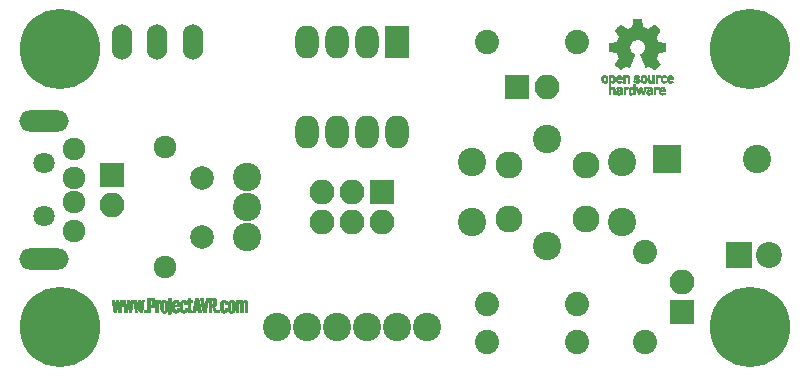
<source format=gts>
G04 #@! TF.FileFunction,Soldermask,Top*
%FSLAX46Y46*%
G04 Gerber Fmt 4.6, Leading zero omitted, Abs format (unit mm)*
G04 Created by KiCad (PCBNEW 4.0.5) date 06/12/17 11:35:52*
%MOMM*%
%LPD*%
G01*
G04 APERTURE LIST*
%ADD10C,0.100000*%
%ADD11C,0.010000*%
%ADD12R,2.400000X2.400000*%
%ADD13C,2.400000*%
%ADD14C,2.000000*%
%ADD15R,2.200000X2.200000*%
%ADD16C,2.200000*%
%ADD17C,1.924000*%
%ADD18R,2.000000X2.800000*%
%ADD19O,2.000000X2.800000*%
%ADD20C,1.800000*%
%ADD21O,4.200000X1.800000*%
%ADD22R,2.100000X2.100000*%
%ADD23O,2.100000X2.100000*%
%ADD24C,2.051000*%
%ADD25C,2.279600*%
%ADD26O,1.708000X3.016000*%
%ADD27C,6.800000*%
G04 APERTURE END LIST*
D10*
D11*
G36*
X171182903Y-81290346D02*
X171250259Y-81297779D01*
X171304019Y-81312894D01*
X171346131Y-81336649D01*
X171378540Y-81370006D01*
X171393751Y-81394300D01*
X171399003Y-81404906D01*
X171403167Y-81416285D01*
X171406399Y-81430507D01*
X171408849Y-81449641D01*
X171410673Y-81475757D01*
X171412022Y-81510925D01*
X171413051Y-81557214D01*
X171413912Y-81616694D01*
X171414590Y-81675817D01*
X171417280Y-81923467D01*
X171289133Y-81923467D01*
X171289133Y-81869715D01*
X171270083Y-81887066D01*
X171248851Y-81903701D01*
X171231211Y-81914653D01*
X171210222Y-81920940D01*
X171178193Y-81925607D01*
X171140966Y-81928307D01*
X171104387Y-81928694D01*
X171074300Y-81926421D01*
X171064767Y-81924527D01*
X171032875Y-81913170D01*
X170999445Y-81896813D01*
X170971028Y-81878957D01*
X170957282Y-81867065D01*
X170939040Y-81840247D01*
X170922781Y-81805164D01*
X170911592Y-81769478D01*
X170908366Y-81745667D01*
X170910361Y-81731174D01*
X171026667Y-81731174D01*
X171031523Y-81763223D01*
X171046966Y-81786560D01*
X171074307Y-81801900D01*
X171114859Y-81809961D01*
X171169932Y-81811459D01*
X171173455Y-81811364D01*
X171209815Y-81809935D01*
X171233520Y-81807463D01*
X171248851Y-81802781D01*
X171260087Y-81794724D01*
X171268705Y-81785411D01*
X171280456Y-81768687D01*
X171286693Y-81749478D01*
X171288977Y-81721796D01*
X171289133Y-81707094D01*
X171289133Y-81652533D01*
X171202350Y-81652580D01*
X171140638Y-81654466D01*
X171093965Y-81660506D01*
X171060795Y-81671386D01*
X171039594Y-81687795D01*
X171028824Y-81710418D01*
X171026667Y-81731174D01*
X170910361Y-81731174D01*
X170916001Y-81690210D01*
X170938427Y-81641137D01*
X170974111Y-81600853D01*
X171018200Y-81573227D01*
X171038126Y-81565693D01*
X171061522Y-81560292D01*
X171091983Y-81556541D01*
X171133107Y-81553959D01*
X171172717Y-81552511D01*
X171289133Y-81549012D01*
X171289133Y-81504098D01*
X171287910Y-81469015D01*
X171282939Y-81446193D01*
X171272264Y-81431052D01*
X171253931Y-81419016D01*
X171252478Y-81418258D01*
X171223770Y-81408692D01*
X171187790Y-81404224D01*
X171148620Y-81404410D01*
X171110339Y-81408808D01*
X171077029Y-81416976D01*
X171052770Y-81428469D01*
X171042117Y-81441081D01*
X171034599Y-81440738D01*
X171017518Y-81431511D01*
X170994345Y-81415330D01*
X170990668Y-81412507D01*
X170942231Y-81374895D01*
X170975632Y-81344719D01*
X171016846Y-81316118D01*
X171066497Y-81298070D01*
X171126702Y-81290017D01*
X171182903Y-81290346D01*
X171182903Y-81290346D01*
G37*
X171182903Y-81290346D02*
X171250259Y-81297779D01*
X171304019Y-81312894D01*
X171346131Y-81336649D01*
X171378540Y-81370006D01*
X171393751Y-81394300D01*
X171399003Y-81404906D01*
X171403167Y-81416285D01*
X171406399Y-81430507D01*
X171408849Y-81449641D01*
X171410673Y-81475757D01*
X171412022Y-81510925D01*
X171413051Y-81557214D01*
X171413912Y-81616694D01*
X171414590Y-81675817D01*
X171417280Y-81923467D01*
X171289133Y-81923467D01*
X171289133Y-81869715D01*
X171270083Y-81887066D01*
X171248851Y-81903701D01*
X171231211Y-81914653D01*
X171210222Y-81920940D01*
X171178193Y-81925607D01*
X171140966Y-81928307D01*
X171104387Y-81928694D01*
X171074300Y-81926421D01*
X171064767Y-81924527D01*
X171032875Y-81913170D01*
X170999445Y-81896813D01*
X170971028Y-81878957D01*
X170957282Y-81867065D01*
X170939040Y-81840247D01*
X170922781Y-81805164D01*
X170911592Y-81769478D01*
X170908366Y-81745667D01*
X170910361Y-81731174D01*
X171026667Y-81731174D01*
X171031523Y-81763223D01*
X171046966Y-81786560D01*
X171074307Y-81801900D01*
X171114859Y-81809961D01*
X171169932Y-81811459D01*
X171173455Y-81811364D01*
X171209815Y-81809935D01*
X171233520Y-81807463D01*
X171248851Y-81802781D01*
X171260087Y-81794724D01*
X171268705Y-81785411D01*
X171280456Y-81768687D01*
X171286693Y-81749478D01*
X171288977Y-81721796D01*
X171289133Y-81707094D01*
X171289133Y-81652533D01*
X171202350Y-81652580D01*
X171140638Y-81654466D01*
X171093965Y-81660506D01*
X171060795Y-81671386D01*
X171039594Y-81687795D01*
X171028824Y-81710418D01*
X171026667Y-81731174D01*
X170910361Y-81731174D01*
X170916001Y-81690210D01*
X170938427Y-81641137D01*
X170974111Y-81600853D01*
X171018200Y-81573227D01*
X171038126Y-81565693D01*
X171061522Y-81560292D01*
X171091983Y-81556541D01*
X171133107Y-81553959D01*
X171172717Y-81552511D01*
X171289133Y-81549012D01*
X171289133Y-81504098D01*
X171287910Y-81469015D01*
X171282939Y-81446193D01*
X171272264Y-81431052D01*
X171253931Y-81419016D01*
X171252478Y-81418258D01*
X171223770Y-81408692D01*
X171187790Y-81404224D01*
X171148620Y-81404410D01*
X171110339Y-81408808D01*
X171077029Y-81416976D01*
X171052770Y-81428469D01*
X171042117Y-81441081D01*
X171034599Y-81440738D01*
X171017518Y-81431511D01*
X170994345Y-81415330D01*
X170990668Y-81412507D01*
X170942231Y-81374895D01*
X170975632Y-81344719D01*
X171016846Y-81316118D01*
X171066497Y-81298070D01*
X171126702Y-81290017D01*
X171182903Y-81290346D01*
G36*
X172491400Y-81923467D02*
X172364400Y-81923467D01*
X172364400Y-81892800D01*
X172363795Y-81872980D01*
X172359876Y-81867281D01*
X172349484Y-81872893D01*
X172345350Y-81875846D01*
X172296503Y-81904361D01*
X172244859Y-81922965D01*
X172194682Y-81930625D01*
X172150237Y-81926309D01*
X172144212Y-81924526D01*
X172087988Y-81898097D01*
X172043034Y-81859113D01*
X172011911Y-81813400D01*
X172005957Y-81799811D01*
X172001516Y-81782790D01*
X171998293Y-81759542D01*
X171995995Y-81727272D01*
X171994327Y-81683185D01*
X171993500Y-81647920D01*
X172111615Y-81647920D01*
X172117510Y-81701251D01*
X172130504Y-81742245D01*
X172150983Y-81772585D01*
X172157773Y-81779105D01*
X172178410Y-81794822D01*
X172198581Y-81802533D01*
X172226060Y-81804876D01*
X172233882Y-81804933D01*
X172265398Y-81802565D01*
X172293948Y-81796525D01*
X172305410Y-81792090D01*
X172326037Y-81778180D01*
X172341099Y-81759181D01*
X172351503Y-81732404D01*
X172358154Y-81695161D01*
X172361961Y-81644763D01*
X172362845Y-81621793D01*
X172363905Y-81576045D01*
X172363445Y-81543110D01*
X172361065Y-81518908D01*
X172356369Y-81499355D01*
X172349101Y-81480690D01*
X172327870Y-81444948D01*
X172300348Y-81423030D01*
X172263300Y-81412927D01*
X172237988Y-81411677D01*
X172196386Y-81415851D01*
X172164539Y-81429093D01*
X172141286Y-81452967D01*
X172125462Y-81489040D01*
X172115904Y-81538874D01*
X172112436Y-81580567D01*
X172111615Y-81647920D01*
X171993500Y-81647920D01*
X171993210Y-81635600D01*
X171992335Y-81567190D01*
X171993121Y-81513061D01*
X171996129Y-81470594D01*
X172001922Y-81437174D01*
X172011061Y-81410182D01*
X172024106Y-81387002D01*
X172041620Y-81365016D01*
X172054092Y-81351733D01*
X172100706Y-81314525D01*
X172151585Y-81293441D01*
X172205741Y-81288506D01*
X172262186Y-81299745D01*
X172319932Y-81327183D01*
X172345350Y-81344285D01*
X172364400Y-81358265D01*
X172364400Y-81034467D01*
X172491400Y-81034467D01*
X172491400Y-81923467D01*
X172491400Y-81923467D01*
G37*
X172491400Y-81923467D02*
X172364400Y-81923467D01*
X172364400Y-81892800D01*
X172363795Y-81872980D01*
X172359876Y-81867281D01*
X172349484Y-81872893D01*
X172345350Y-81875846D01*
X172296503Y-81904361D01*
X172244859Y-81922965D01*
X172194682Y-81930625D01*
X172150237Y-81926309D01*
X172144212Y-81924526D01*
X172087988Y-81898097D01*
X172043034Y-81859113D01*
X172011911Y-81813400D01*
X172005957Y-81799811D01*
X172001516Y-81782790D01*
X171998293Y-81759542D01*
X171995995Y-81727272D01*
X171994327Y-81683185D01*
X171993500Y-81647920D01*
X172111615Y-81647920D01*
X172117510Y-81701251D01*
X172130504Y-81742245D01*
X172150983Y-81772585D01*
X172157773Y-81779105D01*
X172178410Y-81794822D01*
X172198581Y-81802533D01*
X172226060Y-81804876D01*
X172233882Y-81804933D01*
X172265398Y-81802565D01*
X172293948Y-81796525D01*
X172305410Y-81792090D01*
X172326037Y-81778180D01*
X172341099Y-81759181D01*
X172351503Y-81732404D01*
X172358154Y-81695161D01*
X172361961Y-81644763D01*
X172362845Y-81621793D01*
X172363905Y-81576045D01*
X172363445Y-81543110D01*
X172361065Y-81518908D01*
X172356369Y-81499355D01*
X172349101Y-81480690D01*
X172327870Y-81444948D01*
X172300348Y-81423030D01*
X172263300Y-81412927D01*
X172237988Y-81411677D01*
X172196386Y-81415851D01*
X172164539Y-81429093D01*
X172141286Y-81452967D01*
X172125462Y-81489040D01*
X172115904Y-81538874D01*
X172112436Y-81580567D01*
X172111615Y-81647920D01*
X171993500Y-81647920D01*
X171993210Y-81635600D01*
X171992335Y-81567190D01*
X171993121Y-81513061D01*
X171996129Y-81470594D01*
X172001922Y-81437174D01*
X172011061Y-81410182D01*
X172024106Y-81387002D01*
X172041620Y-81365016D01*
X172054092Y-81351733D01*
X172100706Y-81314525D01*
X172151585Y-81293441D01*
X172205741Y-81288506D01*
X172262186Y-81299745D01*
X172319932Y-81327183D01*
X172345350Y-81344285D01*
X172364400Y-81358265D01*
X172364400Y-81034467D01*
X172491400Y-81034467D01*
X172491400Y-81923467D01*
G36*
X173780907Y-81293094D02*
X173835174Y-81304927D01*
X173881785Y-81322913D01*
X173916694Y-81346410D01*
X173919937Y-81349603D01*
X173934516Y-81365319D01*
X173946154Y-81380453D01*
X173955182Y-81397073D01*
X173961930Y-81417245D01*
X173966730Y-81443035D01*
X173969910Y-81476511D01*
X173971803Y-81519738D01*
X173972738Y-81574784D01*
X173973045Y-81643715D01*
X173973067Y-81681895D01*
X173973067Y-81923467D01*
X173854533Y-81923467D01*
X173854533Y-81898067D01*
X173852279Y-81878655D01*
X173844564Y-81874170D01*
X173829961Y-81884393D01*
X173821446Y-81893003D01*
X173792408Y-81912951D01*
X173752026Y-81925737D01*
X173704497Y-81930924D01*
X173654017Y-81928074D01*
X173604785Y-81916749D01*
X173602193Y-81915870D01*
X173550210Y-81889795D01*
X173509732Y-81851330D01*
X173488814Y-81818367D01*
X173478909Y-81794148D01*
X173474581Y-81767664D01*
X173474744Y-81740405D01*
X173586411Y-81740405D01*
X173596620Y-81769952D01*
X173618564Y-81793744D01*
X173628787Y-81799806D01*
X173655658Y-81807836D01*
X173692566Y-81812331D01*
X173733488Y-81813263D01*
X173772399Y-81810603D01*
X173803276Y-81804321D01*
X173812226Y-81800686D01*
X173834580Y-81779708D01*
X173848742Y-81744583D01*
X173854392Y-81696155D01*
X173854486Y-81688517D01*
X173854533Y-81652533D01*
X173767750Y-81652580D01*
X173705555Y-81654449D01*
X173658487Y-81660156D01*
X173625117Y-81669969D01*
X173605065Y-81683078D01*
X173588904Y-81709861D01*
X173586411Y-81740405D01*
X173474744Y-81740405D01*
X173474794Y-81732100D01*
X173475029Y-81727716D01*
X173484591Y-81672785D01*
X173506981Y-81628482D01*
X173543036Y-81593475D01*
X173569815Y-81577277D01*
X173587824Y-81568778D01*
X173605765Y-81562717D01*
X173627214Y-81558551D01*
X173655750Y-81555739D01*
X173694948Y-81553737D01*
X173733660Y-81552437D01*
X173856410Y-81548744D01*
X173852791Y-81498710D01*
X173847902Y-81463175D01*
X173838515Y-81439767D01*
X173831223Y-81430727D01*
X173806802Y-81416195D01*
X173771431Y-81407113D01*
X173730179Y-81403485D01*
X173688117Y-81405312D01*
X173650313Y-81412597D01*
X173621838Y-81425345D01*
X173615505Y-81430598D01*
X173598076Y-81448027D01*
X173552738Y-81413796D01*
X173529805Y-81395536D01*
X173513500Y-81380751D01*
X173507400Y-81372732D01*
X173514397Y-81360800D01*
X173532537Y-81344784D01*
X173557544Y-81327603D01*
X173585143Y-81312174D01*
X173611058Y-81301413D01*
X173612653Y-81300923D01*
X173665599Y-81290451D01*
X173723033Y-81288055D01*
X173780907Y-81293094D01*
X173780907Y-81293094D01*
G37*
X173780907Y-81293094D02*
X173835174Y-81304927D01*
X173881785Y-81322913D01*
X173916694Y-81346410D01*
X173919937Y-81349603D01*
X173934516Y-81365319D01*
X173946154Y-81380453D01*
X173955182Y-81397073D01*
X173961930Y-81417245D01*
X173966730Y-81443035D01*
X173969910Y-81476511D01*
X173971803Y-81519738D01*
X173972738Y-81574784D01*
X173973045Y-81643715D01*
X173973067Y-81681895D01*
X173973067Y-81923467D01*
X173854533Y-81923467D01*
X173854533Y-81898067D01*
X173852279Y-81878655D01*
X173844564Y-81874170D01*
X173829961Y-81884393D01*
X173821446Y-81893003D01*
X173792408Y-81912951D01*
X173752026Y-81925737D01*
X173704497Y-81930924D01*
X173654017Y-81928074D01*
X173604785Y-81916749D01*
X173602193Y-81915870D01*
X173550210Y-81889795D01*
X173509732Y-81851330D01*
X173488814Y-81818367D01*
X173478909Y-81794148D01*
X173474581Y-81767664D01*
X173474744Y-81740405D01*
X173586411Y-81740405D01*
X173596620Y-81769952D01*
X173618564Y-81793744D01*
X173628787Y-81799806D01*
X173655658Y-81807836D01*
X173692566Y-81812331D01*
X173733488Y-81813263D01*
X173772399Y-81810603D01*
X173803276Y-81804321D01*
X173812226Y-81800686D01*
X173834580Y-81779708D01*
X173848742Y-81744583D01*
X173854392Y-81696155D01*
X173854486Y-81688517D01*
X173854533Y-81652533D01*
X173767750Y-81652580D01*
X173705555Y-81654449D01*
X173658487Y-81660156D01*
X173625117Y-81669969D01*
X173605065Y-81683078D01*
X173588904Y-81709861D01*
X173586411Y-81740405D01*
X173474744Y-81740405D01*
X173474794Y-81732100D01*
X173475029Y-81727716D01*
X173484591Y-81672785D01*
X173506981Y-81628482D01*
X173543036Y-81593475D01*
X173569815Y-81577277D01*
X173587824Y-81568778D01*
X173605765Y-81562717D01*
X173627214Y-81558551D01*
X173655750Y-81555739D01*
X173694948Y-81553737D01*
X173733660Y-81552437D01*
X173856410Y-81548744D01*
X173852791Y-81498710D01*
X173847902Y-81463175D01*
X173838515Y-81439767D01*
X173831223Y-81430727D01*
X173806802Y-81416195D01*
X173771431Y-81407113D01*
X173730179Y-81403485D01*
X173688117Y-81405312D01*
X173650313Y-81412597D01*
X173621838Y-81425345D01*
X173615505Y-81430598D01*
X173598076Y-81448027D01*
X173552738Y-81413796D01*
X173529805Y-81395536D01*
X173513500Y-81380751D01*
X173507400Y-81372732D01*
X173514397Y-81360800D01*
X173532537Y-81344784D01*
X173557544Y-81327603D01*
X173585143Y-81312174D01*
X173611058Y-81301413D01*
X173612653Y-81300923D01*
X173665599Y-81290451D01*
X173723033Y-81288055D01*
X173780907Y-81293094D01*
G36*
X174823967Y-81290526D02*
X174890485Y-81302278D01*
X174948187Y-81328390D01*
X174996513Y-81368502D01*
X175034905Y-81422255D01*
X175038072Y-81428167D01*
X175048500Y-81450486D01*
X175055445Y-81472824D01*
X175059826Y-81499979D01*
X175062563Y-81536749D01*
X175063652Y-81561517D01*
X175067140Y-81652533D01*
X174675800Y-81652533D01*
X174675800Y-81685148D01*
X174683652Y-81726970D01*
X174705678Y-81762719D01*
X174739577Y-81790253D01*
X174783053Y-81807426D01*
X174811582Y-81811783D01*
X174841379Y-81812831D01*
X174865117Y-81809791D01*
X174889978Y-81801031D01*
X174917796Y-81787646D01*
X174972667Y-81759795D01*
X175004150Y-81788691D01*
X175023963Y-81806685D01*
X175039135Y-81820125D01*
X175043621Y-81823904D01*
X175044661Y-81833780D01*
X175033494Y-81848967D01*
X175012949Y-81866993D01*
X174985860Y-81885387D01*
X174955056Y-81901679D01*
X174953887Y-81902208D01*
X174900267Y-81919741D01*
X174840765Y-81928522D01*
X174782297Y-81927952D01*
X174741867Y-81920629D01*
X174682288Y-81895382D01*
X174632317Y-81856522D01*
X174592940Y-81805010D01*
X174568327Y-81751405D01*
X174558747Y-81710538D01*
X174553459Y-81658980D01*
X174552376Y-81602199D01*
X174555126Y-81550933D01*
X174673570Y-81550933D01*
X174946310Y-81550933D01*
X174941175Y-81523417D01*
X174925220Y-81474135D01*
X174898435Y-81437625D01*
X174861359Y-81414359D01*
X174814533Y-81404807D01*
X174805202Y-81404581D01*
X174758655Y-81412027D01*
X174720907Y-81433322D01*
X174693747Y-81466896D01*
X174678966Y-81511182D01*
X174678298Y-81515683D01*
X174673570Y-81550933D01*
X174555126Y-81550933D01*
X174555409Y-81545659D01*
X174562470Y-81494830D01*
X174573106Y-81456093D01*
X174604749Y-81395583D01*
X174646559Y-81347977D01*
X174697357Y-81314053D01*
X174755964Y-81294590D01*
X174821200Y-81290365D01*
X174823967Y-81290526D01*
X174823967Y-81290526D01*
G37*
X174823967Y-81290526D02*
X174890485Y-81302278D01*
X174948187Y-81328390D01*
X174996513Y-81368502D01*
X175034905Y-81422255D01*
X175038072Y-81428167D01*
X175048500Y-81450486D01*
X175055445Y-81472824D01*
X175059826Y-81499979D01*
X175062563Y-81536749D01*
X175063652Y-81561517D01*
X175067140Y-81652533D01*
X174675800Y-81652533D01*
X174675800Y-81685148D01*
X174683652Y-81726970D01*
X174705678Y-81762719D01*
X174739577Y-81790253D01*
X174783053Y-81807426D01*
X174811582Y-81811783D01*
X174841379Y-81812831D01*
X174865117Y-81809791D01*
X174889978Y-81801031D01*
X174917796Y-81787646D01*
X174972667Y-81759795D01*
X175004150Y-81788691D01*
X175023963Y-81806685D01*
X175039135Y-81820125D01*
X175043621Y-81823904D01*
X175044661Y-81833780D01*
X175033494Y-81848967D01*
X175012949Y-81866993D01*
X174985860Y-81885387D01*
X174955056Y-81901679D01*
X174953887Y-81902208D01*
X174900267Y-81919741D01*
X174840765Y-81928522D01*
X174782297Y-81927952D01*
X174741867Y-81920629D01*
X174682288Y-81895382D01*
X174632317Y-81856522D01*
X174592940Y-81805010D01*
X174568327Y-81751405D01*
X174558747Y-81710538D01*
X174553459Y-81658980D01*
X174552376Y-81602199D01*
X174555126Y-81550933D01*
X174673570Y-81550933D01*
X174946310Y-81550933D01*
X174941175Y-81523417D01*
X174925220Y-81474135D01*
X174898435Y-81437625D01*
X174861359Y-81414359D01*
X174814533Y-81404807D01*
X174805202Y-81404581D01*
X174758655Y-81412027D01*
X174720907Y-81433322D01*
X174693747Y-81466896D01*
X174678966Y-81511182D01*
X174678298Y-81515683D01*
X174673570Y-81550933D01*
X174555126Y-81550933D01*
X174555409Y-81545659D01*
X174562470Y-81494830D01*
X174573106Y-81456093D01*
X174604749Y-81395583D01*
X174646559Y-81347977D01*
X174697357Y-81314053D01*
X174755964Y-81294590D01*
X174821200Y-81290365D01*
X174823967Y-81290526D01*
G36*
X170657950Y-80294263D02*
X170700081Y-80310378D01*
X170741207Y-80340032D01*
X170745837Y-80344149D01*
X170766411Y-80364505D01*
X170782192Y-80385410D01*
X170793794Y-80409429D01*
X170801831Y-80439129D01*
X170806918Y-80477075D01*
X170809669Y-80525833D01*
X170810699Y-80587970D01*
X170810767Y-80615367D01*
X170810634Y-80672137D01*
X170810064Y-80714739D01*
X170808800Y-80745937D01*
X170806581Y-80768493D01*
X170803152Y-80785174D01*
X170798252Y-80798741D01*
X170792568Y-80810211D01*
X170757499Y-80860135D01*
X170714156Y-80896994D01*
X170664922Y-80920218D01*
X170612181Y-80929237D01*
X170558317Y-80923482D01*
X170505712Y-80902383D01*
X170479496Y-80885044D01*
X170458337Y-80869421D01*
X170443052Y-80859114D01*
X170438160Y-80856667D01*
X170437109Y-80864785D01*
X170436156Y-80887750D01*
X170435335Y-80923475D01*
X170434681Y-80969871D01*
X170434229Y-81024853D01*
X170434013Y-81086334D01*
X170434000Y-81106433D01*
X170434241Y-81169666D01*
X170434925Y-81226973D01*
X170435989Y-81276278D01*
X170437371Y-81315506D01*
X170439010Y-81342582D01*
X170440844Y-81355430D01*
X170441430Y-81356200D01*
X170452262Y-81350375D01*
X170460480Y-81342152D01*
X170474558Y-81330701D01*
X170497967Y-81316659D01*
X170514433Y-81308369D01*
X170569346Y-81291419D01*
X170624726Y-81289910D01*
X170677805Y-81302657D01*
X170725818Y-81328479D01*
X170765999Y-81366193D01*
X170795580Y-81414617D01*
X170802064Y-81431317D01*
X170806170Y-81446672D01*
X170809355Y-81467109D01*
X170811720Y-81494693D01*
X170813365Y-81531486D01*
X170814391Y-81579551D01*
X170814899Y-81640951D01*
X170815000Y-81696375D01*
X170815000Y-81923467D01*
X170688000Y-81923467D01*
X170687968Y-81709683D01*
X170687872Y-81643383D01*
X170687503Y-81591813D01*
X170686711Y-81552768D01*
X170685344Y-81524045D01*
X170683251Y-81503440D01*
X170680281Y-81488750D01*
X170676283Y-81477771D01*
X170671439Y-81468843D01*
X170644880Y-81436607D01*
X170611500Y-81418180D01*
X170568110Y-81411870D01*
X170564166Y-81411838D01*
X170523655Y-81416639D01*
X170490850Y-81432713D01*
X170461032Y-81462570D01*
X170455690Y-81469506D01*
X170450312Y-81477613D01*
X170446121Y-81487230D01*
X170442935Y-81500515D01*
X170440573Y-81519627D01*
X170438852Y-81546724D01*
X170437590Y-81583964D01*
X170436607Y-81633506D01*
X170435720Y-81697508D01*
X170435588Y-81708166D01*
X170432943Y-81923467D01*
X170315467Y-81923467D01*
X170315467Y-80611133D01*
X170439019Y-80611133D01*
X170440727Y-80668671D01*
X170445876Y-80712199D01*
X170455322Y-80744440D01*
X170469923Y-80768119D01*
X170490536Y-80785961D01*
X170494874Y-80788716D01*
X170532485Y-80802987D01*
X170575197Y-80805885D01*
X170616205Y-80797512D01*
X170638064Y-80786523D01*
X170656933Y-80770614D01*
X170670498Y-80750300D01*
X170679545Y-80722769D01*
X170684858Y-80685209D01*
X170687221Y-80634807D01*
X170687522Y-80609188D01*
X170686000Y-80546216D01*
X170680044Y-80497897D01*
X170668591Y-80462290D01*
X170650579Y-80437455D01*
X170624945Y-80421450D01*
X170590626Y-80412334D01*
X170578873Y-80410700D01*
X170532284Y-80411745D01*
X170494826Y-80427039D01*
X170466398Y-80456636D01*
X170456331Y-80475057D01*
X170448248Y-80495544D01*
X170443041Y-80517477D01*
X170440162Y-80545179D01*
X170439061Y-80582969D01*
X170439019Y-80611133D01*
X170315467Y-80611133D01*
X170315467Y-80297867D01*
X170434000Y-80297867D01*
X170434000Y-80327500D01*
X170435189Y-80347097D01*
X170438114Y-80356881D01*
X170438730Y-80357133D01*
X170447640Y-80352373D01*
X170464821Y-80340307D01*
X170474713Y-80332780D01*
X170517008Y-80306589D01*
X170563027Y-80292785D01*
X170609102Y-80289400D01*
X170657950Y-80294263D01*
X170657950Y-80294263D01*
G37*
X170657950Y-80294263D02*
X170700081Y-80310378D01*
X170741207Y-80340032D01*
X170745837Y-80344149D01*
X170766411Y-80364505D01*
X170782192Y-80385410D01*
X170793794Y-80409429D01*
X170801831Y-80439129D01*
X170806918Y-80477075D01*
X170809669Y-80525833D01*
X170810699Y-80587970D01*
X170810767Y-80615367D01*
X170810634Y-80672137D01*
X170810064Y-80714739D01*
X170808800Y-80745937D01*
X170806581Y-80768493D01*
X170803152Y-80785174D01*
X170798252Y-80798741D01*
X170792568Y-80810211D01*
X170757499Y-80860135D01*
X170714156Y-80896994D01*
X170664922Y-80920218D01*
X170612181Y-80929237D01*
X170558317Y-80923482D01*
X170505712Y-80902383D01*
X170479496Y-80885044D01*
X170458337Y-80869421D01*
X170443052Y-80859114D01*
X170438160Y-80856667D01*
X170437109Y-80864785D01*
X170436156Y-80887750D01*
X170435335Y-80923475D01*
X170434681Y-80969871D01*
X170434229Y-81024853D01*
X170434013Y-81086334D01*
X170434000Y-81106433D01*
X170434241Y-81169666D01*
X170434925Y-81226973D01*
X170435989Y-81276278D01*
X170437371Y-81315506D01*
X170439010Y-81342582D01*
X170440844Y-81355430D01*
X170441430Y-81356200D01*
X170452262Y-81350375D01*
X170460480Y-81342152D01*
X170474558Y-81330701D01*
X170497967Y-81316659D01*
X170514433Y-81308369D01*
X170569346Y-81291419D01*
X170624726Y-81289910D01*
X170677805Y-81302657D01*
X170725818Y-81328479D01*
X170765999Y-81366193D01*
X170795580Y-81414617D01*
X170802064Y-81431317D01*
X170806170Y-81446672D01*
X170809355Y-81467109D01*
X170811720Y-81494693D01*
X170813365Y-81531486D01*
X170814391Y-81579551D01*
X170814899Y-81640951D01*
X170815000Y-81696375D01*
X170815000Y-81923467D01*
X170688000Y-81923467D01*
X170687968Y-81709683D01*
X170687872Y-81643383D01*
X170687503Y-81591813D01*
X170686711Y-81552768D01*
X170685344Y-81524045D01*
X170683251Y-81503440D01*
X170680281Y-81488750D01*
X170676283Y-81477771D01*
X170671439Y-81468843D01*
X170644880Y-81436607D01*
X170611500Y-81418180D01*
X170568110Y-81411870D01*
X170564166Y-81411838D01*
X170523655Y-81416639D01*
X170490850Y-81432713D01*
X170461032Y-81462570D01*
X170455690Y-81469506D01*
X170450312Y-81477613D01*
X170446121Y-81487230D01*
X170442935Y-81500515D01*
X170440573Y-81519627D01*
X170438852Y-81546724D01*
X170437590Y-81583964D01*
X170436607Y-81633506D01*
X170435720Y-81697508D01*
X170435588Y-81708166D01*
X170432943Y-81923467D01*
X170315467Y-81923467D01*
X170315467Y-80611133D01*
X170439019Y-80611133D01*
X170440727Y-80668671D01*
X170445876Y-80712199D01*
X170455322Y-80744440D01*
X170469923Y-80768119D01*
X170490536Y-80785961D01*
X170494874Y-80788716D01*
X170532485Y-80802987D01*
X170575197Y-80805885D01*
X170616205Y-80797512D01*
X170638064Y-80786523D01*
X170656933Y-80770614D01*
X170670498Y-80750300D01*
X170679545Y-80722769D01*
X170684858Y-80685209D01*
X170687221Y-80634807D01*
X170687522Y-80609188D01*
X170686000Y-80546216D01*
X170680044Y-80497897D01*
X170668591Y-80462290D01*
X170650579Y-80437455D01*
X170624945Y-80421450D01*
X170590626Y-80412334D01*
X170578873Y-80410700D01*
X170532284Y-80411745D01*
X170494826Y-80427039D01*
X170466398Y-80456636D01*
X170456331Y-80475057D01*
X170448248Y-80495544D01*
X170443041Y-80517477D01*
X170440162Y-80545179D01*
X170439061Y-80582969D01*
X170439019Y-80611133D01*
X170315467Y-80611133D01*
X170315467Y-80297867D01*
X170434000Y-80297867D01*
X170434000Y-80327500D01*
X170435189Y-80347097D01*
X170438114Y-80356881D01*
X170438730Y-80357133D01*
X170447640Y-80352373D01*
X170464821Y-80340307D01*
X170474713Y-80332780D01*
X170517008Y-80306589D01*
X170563027Y-80292785D01*
X170609102Y-80289400D01*
X170657950Y-80294263D01*
G36*
X171901611Y-81295628D02*
X171932499Y-81307517D01*
X171954607Y-81320160D01*
X171969157Y-81331066D01*
X171972106Y-81335033D01*
X171967969Y-81345081D01*
X171954967Y-81363660D01*
X171935810Y-81386941D01*
X171933642Y-81389401D01*
X171892926Y-81435303D01*
X171856010Y-81420532D01*
X171811359Y-81410730D01*
X171768167Y-81415963D01*
X171729966Y-81435130D01*
X171700288Y-81467130D01*
X171698797Y-81469531D01*
X171693811Y-81479192D01*
X171689911Y-81491180D01*
X171686926Y-81507681D01*
X171684685Y-81530882D01*
X171683019Y-81562968D01*
X171681757Y-81606126D01*
X171680729Y-81662541D01*
X171680075Y-81709683D01*
X171677316Y-81923467D01*
X171560066Y-81923467D01*
X171560066Y-81296933D01*
X171678600Y-81296933D01*
X171678600Y-81367835D01*
X171701883Y-81345583D01*
X171745389Y-81314536D01*
X171796084Y-81295381D01*
X171849611Y-81288839D01*
X171901611Y-81295628D01*
X171901611Y-81295628D01*
G37*
X171901611Y-81295628D02*
X171932499Y-81307517D01*
X171954607Y-81320160D01*
X171969157Y-81331066D01*
X171972106Y-81335033D01*
X171967969Y-81345081D01*
X171954967Y-81363660D01*
X171935810Y-81386941D01*
X171933642Y-81389401D01*
X171892926Y-81435303D01*
X171856010Y-81420532D01*
X171811359Y-81410730D01*
X171768167Y-81415963D01*
X171729966Y-81435130D01*
X171700288Y-81467130D01*
X171698797Y-81469531D01*
X171693811Y-81479192D01*
X171689911Y-81491180D01*
X171686926Y-81507681D01*
X171684685Y-81530882D01*
X171683019Y-81562968D01*
X171681757Y-81606126D01*
X171680729Y-81662541D01*
X171680075Y-81709683D01*
X171677316Y-81923467D01*
X171560066Y-81923467D01*
X171560066Y-81296933D01*
X171678600Y-81296933D01*
X171678600Y-81367835D01*
X171701883Y-81345583D01*
X171745389Y-81314536D01*
X171796084Y-81295381D01*
X171849611Y-81288839D01*
X171901611Y-81295628D01*
G36*
X173070370Y-81345244D02*
X173088687Y-81404114D01*
X173107795Y-81463918D01*
X173126970Y-81522541D01*
X173145483Y-81577867D01*
X173162608Y-81627782D01*
X173177619Y-81670170D01*
X173189790Y-81702915D01*
X173198394Y-81723903D01*
X173202704Y-81731018D01*
X173202839Y-81730927D01*
X173206436Y-81721325D01*
X173213746Y-81697589D01*
X173224132Y-81661948D01*
X173236952Y-81616633D01*
X173251566Y-81563872D01*
X173266035Y-81510717D01*
X173323758Y-81296933D01*
X173385945Y-81296933D01*
X173418146Y-81298030D01*
X173439949Y-81301022D01*
X173448131Y-81305462D01*
X173448133Y-81305550D01*
X173445634Y-81315523D01*
X173438572Y-81339537D01*
X173427599Y-81375523D01*
X173413369Y-81421412D01*
X173396535Y-81475134D01*
X173377749Y-81534621D01*
X173357664Y-81597802D01*
X173336933Y-81662610D01*
X173316209Y-81726975D01*
X173296145Y-81788828D01*
X173281881Y-81832450D01*
X173252000Y-81923467D01*
X173144607Y-81923467D01*
X173132718Y-81883250D01*
X173101273Y-81777294D01*
X173074391Y-81687599D01*
X173052072Y-81614171D01*
X173034320Y-81557018D01*
X173021136Y-81516146D01*
X173012524Y-81491564D01*
X173008484Y-81483278D01*
X173008467Y-81483278D01*
X173004893Y-81491080D01*
X172997268Y-81513041D01*
X172986259Y-81547057D01*
X172972533Y-81591024D01*
X172956758Y-81642840D01*
X172939600Y-81700398D01*
X172939335Y-81701294D01*
X172875038Y-81919233D01*
X172820257Y-81921701D01*
X172765477Y-81924169D01*
X172669628Y-81625368D01*
X172647717Y-81557008D01*
X172627349Y-81493355D01*
X172609126Y-81436299D01*
X172593651Y-81387732D01*
X172581526Y-81349545D01*
X172573354Y-81323631D01*
X172569738Y-81311881D01*
X172569702Y-81311750D01*
X172569395Y-81304192D01*
X172575759Y-81299733D01*
X172591982Y-81297581D01*
X172621255Y-81296947D01*
X172629542Y-81296933D01*
X172663089Y-81297545D01*
X172683334Y-81299900D01*
X172693877Y-81304778D01*
X172697984Y-81311750D01*
X172701395Y-81323781D01*
X172708583Y-81349735D01*
X172718882Y-81387193D01*
X172731630Y-81433736D01*
X172746162Y-81486945D01*
X172757571Y-81528811D01*
X172772883Y-81584642D01*
X172786876Y-81634886D01*
X172798903Y-81677285D01*
X172808319Y-81709579D01*
X172814476Y-81729511D01*
X172816586Y-81735009D01*
X172820119Y-81728356D01*
X172828095Y-81707594D01*
X172839809Y-81674748D01*
X172854555Y-81631840D01*
X172871626Y-81580893D01*
X172890319Y-81523931D01*
X172891574Y-81520064D01*
X172962609Y-81301167D01*
X173055339Y-81296187D01*
X173070370Y-81345244D01*
X173070370Y-81345244D01*
G37*
X173070370Y-81345244D02*
X173088687Y-81404114D01*
X173107795Y-81463918D01*
X173126970Y-81522541D01*
X173145483Y-81577867D01*
X173162608Y-81627782D01*
X173177619Y-81670170D01*
X173189790Y-81702915D01*
X173198394Y-81723903D01*
X173202704Y-81731018D01*
X173202839Y-81730927D01*
X173206436Y-81721325D01*
X173213746Y-81697589D01*
X173224132Y-81661948D01*
X173236952Y-81616633D01*
X173251566Y-81563872D01*
X173266035Y-81510717D01*
X173323758Y-81296933D01*
X173385945Y-81296933D01*
X173418146Y-81298030D01*
X173439949Y-81301022D01*
X173448131Y-81305462D01*
X173448133Y-81305550D01*
X173445634Y-81315523D01*
X173438572Y-81339537D01*
X173427599Y-81375523D01*
X173413369Y-81421412D01*
X173396535Y-81475134D01*
X173377749Y-81534621D01*
X173357664Y-81597802D01*
X173336933Y-81662610D01*
X173316209Y-81726975D01*
X173296145Y-81788828D01*
X173281881Y-81832450D01*
X173252000Y-81923467D01*
X173144607Y-81923467D01*
X173132718Y-81883250D01*
X173101273Y-81777294D01*
X173074391Y-81687599D01*
X173052072Y-81614171D01*
X173034320Y-81557018D01*
X173021136Y-81516146D01*
X173012524Y-81491564D01*
X173008484Y-81483278D01*
X173008467Y-81483278D01*
X173004893Y-81491080D01*
X172997268Y-81513041D01*
X172986259Y-81547057D01*
X172972533Y-81591024D01*
X172956758Y-81642840D01*
X172939600Y-81700398D01*
X172939335Y-81701294D01*
X172875038Y-81919233D01*
X172820257Y-81921701D01*
X172765477Y-81924169D01*
X172669628Y-81625368D01*
X172647717Y-81557008D01*
X172627349Y-81493355D01*
X172609126Y-81436299D01*
X172593651Y-81387732D01*
X172581526Y-81349545D01*
X172573354Y-81323631D01*
X172569738Y-81311881D01*
X172569702Y-81311750D01*
X172569395Y-81304192D01*
X172575759Y-81299733D01*
X172591982Y-81297581D01*
X172621255Y-81296947D01*
X172629542Y-81296933D01*
X172663089Y-81297545D01*
X172683334Y-81299900D01*
X172693877Y-81304778D01*
X172697984Y-81311750D01*
X172701395Y-81323781D01*
X172708583Y-81349735D01*
X172718882Y-81387193D01*
X172731630Y-81433736D01*
X172746162Y-81486945D01*
X172757571Y-81528811D01*
X172772883Y-81584642D01*
X172786876Y-81634886D01*
X172798903Y-81677285D01*
X172808319Y-81709579D01*
X172814476Y-81729511D01*
X172816586Y-81735009D01*
X172820119Y-81728356D01*
X172828095Y-81707594D01*
X172839809Y-81674748D01*
X172854555Y-81631840D01*
X172871626Y-81580893D01*
X172890319Y-81523931D01*
X172891574Y-81520064D01*
X172962609Y-81301167D01*
X173055339Y-81296187D01*
X173070370Y-81345244D01*
G36*
X174450625Y-81292904D02*
X174491270Y-81304747D01*
X174521474Y-81321069D01*
X174539736Y-81335033D01*
X174495976Y-81387015D01*
X174474083Y-81412629D01*
X174459749Y-81427183D01*
X174449698Y-81432630D01*
X174440654Y-81430920D01*
X174431492Y-81425417D01*
X174403173Y-81414787D01*
X174367071Y-81411567D01*
X174330532Y-81415557D01*
X174300900Y-81426558D01*
X174297132Y-81429071D01*
X174281710Y-81441315D01*
X174269591Y-81454225D01*
X174260379Y-81469923D01*
X174253681Y-81490531D01*
X174249099Y-81518170D01*
X174246237Y-81554962D01*
X174244702Y-81603029D01*
X174244096Y-81664492D01*
X174244013Y-81713917D01*
X174244000Y-81923467D01*
X174117000Y-81923467D01*
X174117000Y-81296933D01*
X174244000Y-81296933D01*
X174244000Y-81366637D01*
X174277267Y-81336582D01*
X174322629Y-81306206D01*
X174375351Y-81290774D01*
X174408118Y-81288514D01*
X174450625Y-81292904D01*
X174450625Y-81292904D01*
G37*
X174450625Y-81292904D02*
X174491270Y-81304747D01*
X174521474Y-81321069D01*
X174539736Y-81335033D01*
X174495976Y-81387015D01*
X174474083Y-81412629D01*
X174459749Y-81427183D01*
X174449698Y-81432630D01*
X174440654Y-81430920D01*
X174431492Y-81425417D01*
X174403173Y-81414787D01*
X174367071Y-81411567D01*
X174330532Y-81415557D01*
X174300900Y-81426558D01*
X174297132Y-81429071D01*
X174281710Y-81441315D01*
X174269591Y-81454225D01*
X174260379Y-81469923D01*
X174253681Y-81490531D01*
X174249099Y-81518170D01*
X174246237Y-81554962D01*
X174244702Y-81603029D01*
X174244096Y-81664492D01*
X174244013Y-81713917D01*
X174244000Y-81923467D01*
X174117000Y-81923467D01*
X174117000Y-81296933D01*
X174244000Y-81296933D01*
X174244000Y-81366637D01*
X174277267Y-81336582D01*
X174322629Y-81306206D01*
X174375351Y-81290774D01*
X174408118Y-81288514D01*
X174450625Y-81292904D01*
G36*
X170011942Y-80297156D02*
X170069742Y-80319518D01*
X170118888Y-80355130D01*
X170157546Y-80402635D01*
X170183882Y-80460675D01*
X170185336Y-80465509D01*
X170191187Y-80490791D01*
X170194751Y-80520468D01*
X170196251Y-80558213D01*
X170195907Y-80607699D01*
X170195313Y-80631260D01*
X170192883Y-80688264D01*
X170188577Y-80732086D01*
X170181268Y-80766457D01*
X170169823Y-80795112D01*
X170153115Y-80821785D01*
X170130014Y-80850208D01*
X170128569Y-80851858D01*
X170089542Y-80884831D01*
X170039804Y-80909816D01*
X169984257Y-80925380D01*
X169927804Y-80930088D01*
X169881418Y-80924150D01*
X169824995Y-80902382D01*
X169773821Y-80868213D01*
X169732095Y-80824913D01*
X169710996Y-80791400D01*
X169697945Y-80754035D01*
X169688920Y-80704656D01*
X169684024Y-80647717D01*
X169683581Y-80607779D01*
X169807466Y-80607779D01*
X169807958Y-80651484D01*
X169809865Y-80682731D01*
X169813838Y-80705977D01*
X169820527Y-80725680D01*
X169826517Y-80738456D01*
X169852805Y-80773287D01*
X169888611Y-80796113D01*
X169930662Y-80806025D01*
X169975684Y-80802114D01*
X170009839Y-80789355D01*
X170034260Y-80773712D01*
X170051906Y-80753668D01*
X170063737Y-80726502D01*
X170070710Y-80689492D01*
X170073787Y-80639916D01*
X170074167Y-80606900D01*
X170073764Y-80561512D01*
X170072235Y-80529314D01*
X170069094Y-80506576D01*
X170063857Y-80489566D01*
X170057233Y-80476552D01*
X170026796Y-80439873D01*
X169988426Y-80417146D01*
X169944873Y-80409182D01*
X169898887Y-80416796D01*
X169880579Y-80424312D01*
X169852402Y-80441512D01*
X169832108Y-80463482D01*
X169818613Y-80492943D01*
X169810831Y-80532620D01*
X169807678Y-80585234D01*
X169807466Y-80607779D01*
X169683581Y-80607779D01*
X169683358Y-80587676D01*
X169687027Y-80528990D01*
X169695133Y-80476115D01*
X169703049Y-80446304D01*
X169723819Y-80404899D01*
X169756331Y-80364582D01*
X169795807Y-80330156D01*
X169837467Y-80306426D01*
X169845030Y-80303592D01*
X169878368Y-80295611D01*
X169919362Y-80290538D01*
X169947322Y-80289400D01*
X170011942Y-80297156D01*
X170011942Y-80297156D01*
G37*
X170011942Y-80297156D02*
X170069742Y-80319518D01*
X170118888Y-80355130D01*
X170157546Y-80402635D01*
X170183882Y-80460675D01*
X170185336Y-80465509D01*
X170191187Y-80490791D01*
X170194751Y-80520468D01*
X170196251Y-80558213D01*
X170195907Y-80607699D01*
X170195313Y-80631260D01*
X170192883Y-80688264D01*
X170188577Y-80732086D01*
X170181268Y-80766457D01*
X170169823Y-80795112D01*
X170153115Y-80821785D01*
X170130014Y-80850208D01*
X170128569Y-80851858D01*
X170089542Y-80884831D01*
X170039804Y-80909816D01*
X169984257Y-80925380D01*
X169927804Y-80930088D01*
X169881418Y-80924150D01*
X169824995Y-80902382D01*
X169773821Y-80868213D01*
X169732095Y-80824913D01*
X169710996Y-80791400D01*
X169697945Y-80754035D01*
X169688920Y-80704656D01*
X169684024Y-80647717D01*
X169683581Y-80607779D01*
X169807466Y-80607779D01*
X169807958Y-80651484D01*
X169809865Y-80682731D01*
X169813838Y-80705977D01*
X169820527Y-80725680D01*
X169826517Y-80738456D01*
X169852805Y-80773287D01*
X169888611Y-80796113D01*
X169930662Y-80806025D01*
X169975684Y-80802114D01*
X170009839Y-80789355D01*
X170034260Y-80773712D01*
X170051906Y-80753668D01*
X170063737Y-80726502D01*
X170070710Y-80689492D01*
X170073787Y-80639916D01*
X170074167Y-80606900D01*
X170073764Y-80561512D01*
X170072235Y-80529314D01*
X170069094Y-80506576D01*
X170063857Y-80489566D01*
X170057233Y-80476552D01*
X170026796Y-80439873D01*
X169988426Y-80417146D01*
X169944873Y-80409182D01*
X169898887Y-80416796D01*
X169880579Y-80424312D01*
X169852402Y-80441512D01*
X169832108Y-80463482D01*
X169818613Y-80492943D01*
X169810831Y-80532620D01*
X169807678Y-80585234D01*
X169807466Y-80607779D01*
X169683581Y-80607779D01*
X169683358Y-80587676D01*
X169687027Y-80528990D01*
X169695133Y-80476115D01*
X169703049Y-80446304D01*
X169723819Y-80404899D01*
X169756331Y-80364582D01*
X169795807Y-80330156D01*
X169837467Y-80306426D01*
X169845030Y-80303592D01*
X169878368Y-80295611D01*
X169919362Y-80290538D01*
X169947322Y-80289400D01*
X170011942Y-80297156D01*
G36*
X171208628Y-80291266D02*
X171240000Y-80298383D01*
X171274408Y-80313029D01*
X171278785Y-80315196D01*
X171330185Y-80346659D01*
X171369010Y-80384421D01*
X171396495Y-80430637D01*
X171413878Y-80487466D01*
X171422392Y-80557063D01*
X171422891Y-80566683D01*
X171426819Y-80653467D01*
X171024782Y-80653467D01*
X171030508Y-80685217D01*
X171045809Y-80735113D01*
X171071782Y-80772394D01*
X171102737Y-80794947D01*
X171151344Y-80811481D01*
X171202873Y-80812633D01*
X171253959Y-80798747D01*
X171294326Y-80775516D01*
X171320685Y-80755970D01*
X171363692Y-80791502D01*
X171385702Y-80810513D01*
X171401376Y-80825625D01*
X171407182Y-80833301D01*
X171400795Y-80842821D01*
X171383362Y-80857438D01*
X171358890Y-80874491D01*
X171331383Y-80891314D01*
X171304846Y-80905246D01*
X171289133Y-80911802D01*
X171236931Y-80924384D01*
X171179510Y-80929031D01*
X171125057Y-80925312D01*
X171106312Y-80921479D01*
X171047542Y-80899869D01*
X170999772Y-80866988D01*
X170960975Y-80821108D01*
X170936129Y-80776233D01*
X170926463Y-80754548D01*
X170919855Y-80735507D01*
X170915738Y-80715121D01*
X170913544Y-80689403D01*
X170912705Y-80654362D01*
X170912641Y-80611133D01*
X170914313Y-80551867D01*
X171025899Y-80551867D01*
X171297600Y-80551867D01*
X171297600Y-80530428D01*
X171289665Y-80489262D01*
X171267941Y-80452443D01*
X171235550Y-80423446D01*
X171195614Y-80405746D01*
X171183359Y-80403266D01*
X171154745Y-80401463D01*
X171128963Y-80407090D01*
X171105225Y-80417570D01*
X171068446Y-80442745D01*
X171044476Y-80476585D01*
X171031471Y-80520117D01*
X171025899Y-80551867D01*
X170914313Y-80551867D01*
X170914526Y-80544327D01*
X170920522Y-80490833D01*
X170931674Y-80447309D01*
X170949027Y-80410412D01*
X170973628Y-80376802D01*
X170992194Y-80356933D01*
X171036255Y-80321796D01*
X171086182Y-80299940D01*
X171145097Y-80290182D01*
X171170756Y-80289400D01*
X171208628Y-80291266D01*
X171208628Y-80291266D01*
G37*
X171208628Y-80291266D02*
X171240000Y-80298383D01*
X171274408Y-80313029D01*
X171278785Y-80315196D01*
X171330185Y-80346659D01*
X171369010Y-80384421D01*
X171396495Y-80430637D01*
X171413878Y-80487466D01*
X171422392Y-80557063D01*
X171422891Y-80566683D01*
X171426819Y-80653467D01*
X171024782Y-80653467D01*
X171030508Y-80685217D01*
X171045809Y-80735113D01*
X171071782Y-80772394D01*
X171102737Y-80794947D01*
X171151344Y-80811481D01*
X171202873Y-80812633D01*
X171253959Y-80798747D01*
X171294326Y-80775516D01*
X171320685Y-80755970D01*
X171363692Y-80791502D01*
X171385702Y-80810513D01*
X171401376Y-80825625D01*
X171407182Y-80833301D01*
X171400795Y-80842821D01*
X171383362Y-80857438D01*
X171358890Y-80874491D01*
X171331383Y-80891314D01*
X171304846Y-80905246D01*
X171289133Y-80911802D01*
X171236931Y-80924384D01*
X171179510Y-80929031D01*
X171125057Y-80925312D01*
X171106312Y-80921479D01*
X171047542Y-80899869D01*
X170999772Y-80866988D01*
X170960975Y-80821108D01*
X170936129Y-80776233D01*
X170926463Y-80754548D01*
X170919855Y-80735507D01*
X170915738Y-80715121D01*
X170913544Y-80689403D01*
X170912705Y-80654362D01*
X170912641Y-80611133D01*
X170914313Y-80551867D01*
X171025899Y-80551867D01*
X171297600Y-80551867D01*
X171297600Y-80530428D01*
X171289665Y-80489262D01*
X171267941Y-80452443D01*
X171235550Y-80423446D01*
X171195614Y-80405746D01*
X171183359Y-80403266D01*
X171154745Y-80401463D01*
X171128963Y-80407090D01*
X171105225Y-80417570D01*
X171068446Y-80442745D01*
X171044476Y-80476585D01*
X171031471Y-80520117D01*
X171025899Y-80551867D01*
X170914313Y-80551867D01*
X170914526Y-80544327D01*
X170920522Y-80490833D01*
X170931674Y-80447309D01*
X170949027Y-80410412D01*
X170973628Y-80376802D01*
X170992194Y-80356933D01*
X171036255Y-80321796D01*
X171086182Y-80299940D01*
X171145097Y-80290182D01*
X171170756Y-80289400D01*
X171208628Y-80291266D01*
G36*
X172714210Y-80291628D02*
X172770412Y-80300876D01*
X172823721Y-80320299D01*
X172862074Y-80340393D01*
X172884539Y-80353705D01*
X172896698Y-80364152D01*
X172898410Y-80375314D01*
X172889534Y-80390770D01*
X172869926Y-80414098D01*
X172858647Y-80426889D01*
X172832193Y-80456900D01*
X172779202Y-80430635D01*
X172744786Y-80415328D01*
X172714696Y-80407242D01*
X172679894Y-80404261D01*
X172665595Y-80404035D01*
X172615448Y-80408147D01*
X172579518Y-80421035D01*
X172557947Y-80442581D01*
X172550876Y-80472666D01*
X172554283Y-80497391D01*
X172563202Y-80514239D01*
X172581664Y-80527034D01*
X172611612Y-80536439D01*
X172654984Y-80543118D01*
X172698833Y-80546825D01*
X172762499Y-80553836D01*
X172812194Y-80566275D01*
X172850339Y-80585318D01*
X172879353Y-80612137D01*
X172899917Y-80644401D01*
X172918172Y-80696241D01*
X172921984Y-80748354D01*
X172911911Y-80797631D01*
X172888511Y-80840965D01*
X172859333Y-80870220D01*
X172808324Y-80899623D01*
X172747356Y-80919348D01*
X172680889Y-80928598D01*
X172613383Y-80926575D01*
X172578193Y-80920542D01*
X172515248Y-80900072D01*
X172454929Y-80869207D01*
X172415240Y-80840794D01*
X172388817Y-80818567D01*
X172474131Y-80734867D01*
X172493349Y-80752478D01*
X172534173Y-80780156D01*
X172585147Y-80800274D01*
X172640744Y-80811671D01*
X172695437Y-80813184D01*
X172741167Y-80804532D01*
X172769606Y-80788522D01*
X172789171Y-80764971D01*
X172798864Y-80737833D01*
X172797687Y-80711062D01*
X172784644Y-80688613D01*
X172772619Y-80679840D01*
X172757774Y-80675433D01*
X172730441Y-80670346D01*
X172695005Y-80665318D01*
X172668497Y-80662307D01*
X172613695Y-80655847D01*
X172572192Y-80648604D01*
X172540357Y-80639570D01*
X172514557Y-80627740D01*
X172493438Y-80613828D01*
X172459733Y-80579502D01*
X172439784Y-80536603D01*
X172433116Y-80483967D01*
X172433583Y-80466998D01*
X172443158Y-80411368D01*
X172465192Y-80366573D01*
X172500004Y-80332350D01*
X172547918Y-80308437D01*
X172609254Y-80294570D01*
X172648927Y-80291126D01*
X172714210Y-80291628D01*
X172714210Y-80291628D01*
G37*
X172714210Y-80291628D02*
X172770412Y-80300876D01*
X172823721Y-80320299D01*
X172862074Y-80340393D01*
X172884539Y-80353705D01*
X172896698Y-80364152D01*
X172898410Y-80375314D01*
X172889534Y-80390770D01*
X172869926Y-80414098D01*
X172858647Y-80426889D01*
X172832193Y-80456900D01*
X172779202Y-80430635D01*
X172744786Y-80415328D01*
X172714696Y-80407242D01*
X172679894Y-80404261D01*
X172665595Y-80404035D01*
X172615448Y-80408147D01*
X172579518Y-80421035D01*
X172557947Y-80442581D01*
X172550876Y-80472666D01*
X172554283Y-80497391D01*
X172563202Y-80514239D01*
X172581664Y-80527034D01*
X172611612Y-80536439D01*
X172654984Y-80543118D01*
X172698833Y-80546825D01*
X172762499Y-80553836D01*
X172812194Y-80566275D01*
X172850339Y-80585318D01*
X172879353Y-80612137D01*
X172899917Y-80644401D01*
X172918172Y-80696241D01*
X172921984Y-80748354D01*
X172911911Y-80797631D01*
X172888511Y-80840965D01*
X172859333Y-80870220D01*
X172808324Y-80899623D01*
X172747356Y-80919348D01*
X172680889Y-80928598D01*
X172613383Y-80926575D01*
X172578193Y-80920542D01*
X172515248Y-80900072D01*
X172454929Y-80869207D01*
X172415240Y-80840794D01*
X172388817Y-80818567D01*
X172474131Y-80734867D01*
X172493349Y-80752478D01*
X172534173Y-80780156D01*
X172585147Y-80800274D01*
X172640744Y-80811671D01*
X172695437Y-80813184D01*
X172741167Y-80804532D01*
X172769606Y-80788522D01*
X172789171Y-80764971D01*
X172798864Y-80737833D01*
X172797687Y-80711062D01*
X172784644Y-80688613D01*
X172772619Y-80679840D01*
X172757774Y-80675433D01*
X172730441Y-80670346D01*
X172695005Y-80665318D01*
X172668497Y-80662307D01*
X172613695Y-80655847D01*
X172572192Y-80648604D01*
X172540357Y-80639570D01*
X172514557Y-80627740D01*
X172493438Y-80613828D01*
X172459733Y-80579502D01*
X172439784Y-80536603D01*
X172433116Y-80483967D01*
X172433583Y-80466998D01*
X172443158Y-80411368D01*
X172465192Y-80366573D01*
X172500004Y-80332350D01*
X172547918Y-80308437D01*
X172609254Y-80294570D01*
X172648927Y-80291126D01*
X172714210Y-80291628D01*
G36*
X173335968Y-80299199D02*
X173383882Y-80316816D01*
X173426315Y-80346149D01*
X173444600Y-80363412D01*
X173467914Y-80389002D01*
X173485193Y-80413728D01*
X173497309Y-80440754D01*
X173505132Y-80473245D01*
X173509533Y-80514363D01*
X173511384Y-80567272D01*
X173511633Y-80606900D01*
X173510948Y-80668077D01*
X173508328Y-80715638D01*
X173502926Y-80752863D01*
X173493894Y-80783036D01*
X173480386Y-80809438D01*
X173461555Y-80835351D01*
X173448776Y-80850407D01*
X173408721Y-80884431D01*
X173358108Y-80910015D01*
X173301801Y-80925716D01*
X173244663Y-80930090D01*
X173200352Y-80924150D01*
X173145117Y-80902940D01*
X173094623Y-80869758D01*
X173053225Y-80827972D01*
X173030755Y-80792996D01*
X173016425Y-80753015D01*
X173006322Y-80701154D01*
X173000790Y-80642013D01*
X173000173Y-80580194D01*
X173000467Y-80576394D01*
X173126731Y-80576394D01*
X173127647Y-80621813D01*
X173127674Y-80622726D01*
X173129262Y-80667232D01*
X173131448Y-80698502D01*
X173134885Y-80720235D01*
X173140231Y-80736129D01*
X173148140Y-80749882D01*
X173150921Y-80753879D01*
X173181196Y-80782802D01*
X173220073Y-80800620D01*
X173262772Y-80806455D01*
X173304512Y-80799428D01*
X173330007Y-80786788D01*
X173354716Y-80767467D01*
X173372209Y-80746013D01*
X173383627Y-80719168D01*
X173390115Y-80683672D01*
X173392814Y-80636267D01*
X173393100Y-80606900D01*
X173392698Y-80561512D01*
X173391169Y-80529314D01*
X173388028Y-80506576D01*
X173382790Y-80489566D01*
X173376166Y-80476552D01*
X173345734Y-80439813D01*
X173307326Y-80417200D01*
X173263291Y-80409417D01*
X173215977Y-80417167D01*
X173199339Y-80423564D01*
X173172095Y-80438345D01*
X173154561Y-80456851D01*
X173142160Y-80480579D01*
X173134598Y-80499897D01*
X173129786Y-80519557D01*
X173127304Y-80543682D01*
X173126731Y-80576394D01*
X173000467Y-80576394D01*
X173004817Y-80520299D01*
X173008520Y-80496271D01*
X173027748Y-80432098D01*
X173059491Y-80378791D01*
X173102584Y-80337238D01*
X173155860Y-80308328D01*
X173218153Y-80292949D01*
X173277728Y-80291203D01*
X173335968Y-80299199D01*
X173335968Y-80299199D01*
G37*
X173335968Y-80299199D02*
X173383882Y-80316816D01*
X173426315Y-80346149D01*
X173444600Y-80363412D01*
X173467914Y-80389002D01*
X173485193Y-80413728D01*
X173497309Y-80440754D01*
X173505132Y-80473245D01*
X173509533Y-80514363D01*
X173511384Y-80567272D01*
X173511633Y-80606900D01*
X173510948Y-80668077D01*
X173508328Y-80715638D01*
X173502926Y-80752863D01*
X173493894Y-80783036D01*
X173480386Y-80809438D01*
X173461555Y-80835351D01*
X173448776Y-80850407D01*
X173408721Y-80884431D01*
X173358108Y-80910015D01*
X173301801Y-80925716D01*
X173244663Y-80930090D01*
X173200352Y-80924150D01*
X173145117Y-80902940D01*
X173094623Y-80869758D01*
X173053225Y-80827972D01*
X173030755Y-80792996D01*
X173016425Y-80753015D01*
X173006322Y-80701154D01*
X173000790Y-80642013D01*
X173000173Y-80580194D01*
X173000467Y-80576394D01*
X173126731Y-80576394D01*
X173127647Y-80621813D01*
X173127674Y-80622726D01*
X173129262Y-80667232D01*
X173131448Y-80698502D01*
X173134885Y-80720235D01*
X173140231Y-80736129D01*
X173148140Y-80749882D01*
X173150921Y-80753879D01*
X173181196Y-80782802D01*
X173220073Y-80800620D01*
X173262772Y-80806455D01*
X173304512Y-80799428D01*
X173330007Y-80786788D01*
X173354716Y-80767467D01*
X173372209Y-80746013D01*
X173383627Y-80719168D01*
X173390115Y-80683672D01*
X173392814Y-80636267D01*
X173393100Y-80606900D01*
X173392698Y-80561512D01*
X173391169Y-80529314D01*
X173388028Y-80506576D01*
X173382790Y-80489566D01*
X173376166Y-80476552D01*
X173345734Y-80439813D01*
X173307326Y-80417200D01*
X173263291Y-80409417D01*
X173215977Y-80417167D01*
X173199339Y-80423564D01*
X173172095Y-80438345D01*
X173154561Y-80456851D01*
X173142160Y-80480579D01*
X173134598Y-80499897D01*
X173129786Y-80519557D01*
X173127304Y-80543682D01*
X173126731Y-80576394D01*
X173000467Y-80576394D01*
X173004817Y-80520299D01*
X173008520Y-80496271D01*
X173027748Y-80432098D01*
X173059491Y-80378791D01*
X173102584Y-80337238D01*
X173155860Y-80308328D01*
X173218153Y-80292949D01*
X173277728Y-80291203D01*
X173335968Y-80299199D01*
G36*
X173753119Y-80498950D02*
X173753525Y-80572263D01*
X173754880Y-80630708D01*
X173757614Y-80676346D01*
X173762160Y-80711234D01*
X173768949Y-80737430D01*
X173778411Y-80756994D01*
X173790978Y-80771983D01*
X173807082Y-80784457D01*
X173813824Y-80788727D01*
X173852374Y-80803507D01*
X173894039Y-80805284D01*
X173934332Y-80795133D01*
X173968769Y-80774132D01*
X173991462Y-80746078D01*
X173996327Y-80735481D01*
X174000063Y-80722625D01*
X174002817Y-80705270D01*
X174004732Y-80681177D01*
X174005954Y-80648107D01*
X174006629Y-80603821D01*
X174006902Y-80546081D01*
X174006933Y-80507549D01*
X174006933Y-80297867D01*
X174133933Y-80297867D01*
X174133933Y-80924400D01*
X174006933Y-80924400D01*
X174006933Y-80854912D01*
X173977419Y-80880826D01*
X173949713Y-80899365D01*
X173913806Y-80915845D01*
X173876661Y-80927628D01*
X173845244Y-80932073D01*
X173842413Y-80932000D01*
X173821182Y-80929329D01*
X173799500Y-80924922D01*
X173757410Y-80909735D01*
X173717661Y-80886883D01*
X173686792Y-80860294D01*
X173681719Y-80854172D01*
X173668373Y-80836025D01*
X173657803Y-80819030D01*
X173649685Y-80800981D01*
X173643697Y-80779673D01*
X173639516Y-80752901D01*
X173636819Y-80718460D01*
X173635283Y-80674144D01*
X173634585Y-80617748D01*
X173634403Y-80547067D01*
X173634400Y-80530972D01*
X173634400Y-80297867D01*
X173752933Y-80297867D01*
X173753119Y-80498950D01*
X173753119Y-80498950D01*
G37*
X173753119Y-80498950D02*
X173753525Y-80572263D01*
X173754880Y-80630708D01*
X173757614Y-80676346D01*
X173762160Y-80711234D01*
X173768949Y-80737430D01*
X173778411Y-80756994D01*
X173790978Y-80771983D01*
X173807082Y-80784457D01*
X173813824Y-80788727D01*
X173852374Y-80803507D01*
X173894039Y-80805284D01*
X173934332Y-80795133D01*
X173968769Y-80774132D01*
X173991462Y-80746078D01*
X173996327Y-80735481D01*
X174000063Y-80722625D01*
X174002817Y-80705270D01*
X174004732Y-80681177D01*
X174005954Y-80648107D01*
X174006629Y-80603821D01*
X174006902Y-80546081D01*
X174006933Y-80507549D01*
X174006933Y-80297867D01*
X174133933Y-80297867D01*
X174133933Y-80924400D01*
X174006933Y-80924400D01*
X174006933Y-80854912D01*
X173977419Y-80880826D01*
X173949713Y-80899365D01*
X173913806Y-80915845D01*
X173876661Y-80927628D01*
X173845244Y-80932073D01*
X173842413Y-80932000D01*
X173821182Y-80929329D01*
X173799500Y-80924922D01*
X173757410Y-80909735D01*
X173717661Y-80886883D01*
X173686792Y-80860294D01*
X173681719Y-80854172D01*
X173668373Y-80836025D01*
X173657803Y-80819030D01*
X173649685Y-80800981D01*
X173643697Y-80779673D01*
X173639516Y-80752901D01*
X173636819Y-80718460D01*
X173635283Y-80674144D01*
X173634585Y-80617748D01*
X173634403Y-80547067D01*
X173634400Y-80530972D01*
X173634400Y-80297867D01*
X173752933Y-80297867D01*
X173753119Y-80498950D01*
G36*
X175045663Y-80298153D02*
X175097131Y-80315612D01*
X175144802Y-80345427D01*
X175163530Y-80360843D01*
X175196500Y-80389624D01*
X175158754Y-80428412D01*
X175138094Y-80448505D01*
X175121568Y-80462522D01*
X175113409Y-80467200D01*
X175102531Y-80462185D01*
X175085214Y-80449778D01*
X175080920Y-80446256D01*
X175040876Y-80422881D01*
X174993615Y-80411408D01*
X174944284Y-80412164D01*
X174898026Y-80425477D01*
X174882735Y-80433641D01*
X174852608Y-80460101D01*
X174831730Y-80497275D01*
X174819547Y-80546630D01*
X174815502Y-80609633D01*
X174815500Y-80611133D01*
X174816077Y-80651233D01*
X174818415Y-80679513D01*
X174823422Y-80701066D01*
X174832009Y-80720985D01*
X174836667Y-80729667D01*
X174865748Y-80765836D01*
X174904376Y-80790939D01*
X174948829Y-80804427D01*
X174995382Y-80805751D01*
X175040312Y-80794363D01*
X175079897Y-80769716D01*
X175083873Y-80766068D01*
X175106713Y-80744281D01*
X175149490Y-80780095D01*
X175171294Y-80799197D01*
X175186705Y-80814313D01*
X175192267Y-80821927D01*
X175185474Y-80834355D01*
X175167668Y-80851841D01*
X175142700Y-80871340D01*
X175114427Y-80889809D01*
X175089939Y-80902759D01*
X175027672Y-80922951D01*
X174962680Y-80929144D01*
X174900149Y-80920876D01*
X174896622Y-80919920D01*
X174835524Y-80896018D01*
X174785868Y-80860945D01*
X174745704Y-80813017D01*
X174720708Y-80767767D01*
X174710870Y-80745587D01*
X174704198Y-80726037D01*
X174700082Y-80704979D01*
X174697913Y-80678275D01*
X174697081Y-80641790D01*
X174696967Y-80606707D01*
X174697138Y-80561190D01*
X174698119Y-80528428D01*
X174700606Y-80504244D01*
X174705298Y-80484458D01*
X174712892Y-80464895D01*
X174724086Y-80441376D01*
X174724839Y-80439846D01*
X174761494Y-80381681D01*
X174807166Y-80337829D01*
X174861928Y-80308247D01*
X174925857Y-80292892D01*
X174984833Y-80290872D01*
X175045663Y-80298153D01*
X175045663Y-80298153D01*
G37*
X175045663Y-80298153D02*
X175097131Y-80315612D01*
X175144802Y-80345427D01*
X175163530Y-80360843D01*
X175196500Y-80389624D01*
X175158754Y-80428412D01*
X175138094Y-80448505D01*
X175121568Y-80462522D01*
X175113409Y-80467200D01*
X175102531Y-80462185D01*
X175085214Y-80449778D01*
X175080920Y-80446256D01*
X175040876Y-80422881D01*
X174993615Y-80411408D01*
X174944284Y-80412164D01*
X174898026Y-80425477D01*
X174882735Y-80433641D01*
X174852608Y-80460101D01*
X174831730Y-80497275D01*
X174819547Y-80546630D01*
X174815502Y-80609633D01*
X174815500Y-80611133D01*
X174816077Y-80651233D01*
X174818415Y-80679513D01*
X174823422Y-80701066D01*
X174832009Y-80720985D01*
X174836667Y-80729667D01*
X174865748Y-80765836D01*
X174904376Y-80790939D01*
X174948829Y-80804427D01*
X174995382Y-80805751D01*
X175040312Y-80794363D01*
X175079897Y-80769716D01*
X175083873Y-80766068D01*
X175106713Y-80744281D01*
X175149490Y-80780095D01*
X175171294Y-80799197D01*
X175186705Y-80814313D01*
X175192267Y-80821927D01*
X175185474Y-80834355D01*
X175167668Y-80851841D01*
X175142700Y-80871340D01*
X175114427Y-80889809D01*
X175089939Y-80902759D01*
X175027672Y-80922951D01*
X174962680Y-80929144D01*
X174900149Y-80920876D01*
X174896622Y-80919920D01*
X174835524Y-80896018D01*
X174785868Y-80860945D01*
X174745704Y-80813017D01*
X174720708Y-80767767D01*
X174710870Y-80745587D01*
X174704198Y-80726037D01*
X174700082Y-80704979D01*
X174697913Y-80678275D01*
X174697081Y-80641790D01*
X174696967Y-80606707D01*
X174697138Y-80561190D01*
X174698119Y-80528428D01*
X174700606Y-80504244D01*
X174705298Y-80484458D01*
X174712892Y-80464895D01*
X174724086Y-80441376D01*
X174724839Y-80439846D01*
X174761494Y-80381681D01*
X174807166Y-80337829D01*
X174861928Y-80308247D01*
X174925857Y-80292892D01*
X174984833Y-80290872D01*
X175045663Y-80298153D01*
G36*
X175544884Y-80293637D02*
X175600721Y-80309108D01*
X175650458Y-80338832D01*
X175677540Y-80362926D01*
X175710050Y-80401359D01*
X175732196Y-80442932D01*
X175745313Y-80491467D01*
X175750737Y-80550786D01*
X175751067Y-80573351D01*
X175751067Y-80653467D01*
X175361600Y-80653467D01*
X175361600Y-80679138D01*
X175369732Y-80722815D01*
X175392795Y-80762288D01*
X175417190Y-80785700D01*
X175436418Y-80798840D01*
X175454756Y-80806217D01*
X175478292Y-80809434D01*
X175509813Y-80810100D01*
X175544643Y-80809113D01*
X175569743Y-80804933D01*
X175592266Y-80795733D01*
X175612872Y-80783754D01*
X175655293Y-80757407D01*
X175696830Y-80793538D01*
X175738367Y-80829668D01*
X175717498Y-80851999D01*
X175679618Y-80881991D01*
X175630248Y-80905693D01*
X175574066Y-80921849D01*
X175515751Y-80929203D01*
X175459980Y-80926496D01*
X175448150Y-80924350D01*
X175403182Y-80909815D01*
X175358957Y-80886786D01*
X175321359Y-80858769D01*
X175301145Y-80836726D01*
X175269301Y-80779646D01*
X175247825Y-80712384D01*
X175237457Y-80638686D01*
X175238935Y-80562300D01*
X175242094Y-80537494D01*
X175243667Y-80530428D01*
X175361600Y-80530428D01*
X175361600Y-80551867D01*
X175634418Y-80551867D01*
X175628602Y-80520117D01*
X175614285Y-80474802D01*
X175589008Y-80441042D01*
X175553975Y-80417570D01*
X175524127Y-80405064D01*
X175498504Y-80401281D01*
X175475840Y-80403266D01*
X175434335Y-80417133D01*
X175399489Y-80443282D01*
X175374426Y-80478237D01*
X175362267Y-80518524D01*
X175361600Y-80530428D01*
X175243667Y-80530428D01*
X175256857Y-80471219D01*
X175279410Y-80416940D01*
X175311375Y-80370886D01*
X175315980Y-80365667D01*
X175354472Y-80330195D01*
X175396383Y-80307239D01*
X175446366Y-80294694D01*
X175480133Y-80291402D01*
X175544884Y-80293637D01*
X175544884Y-80293637D01*
G37*
X175544884Y-80293637D02*
X175600721Y-80309108D01*
X175650458Y-80338832D01*
X175677540Y-80362926D01*
X175710050Y-80401359D01*
X175732196Y-80442932D01*
X175745313Y-80491467D01*
X175750737Y-80550786D01*
X175751067Y-80573351D01*
X175751067Y-80653467D01*
X175361600Y-80653467D01*
X175361600Y-80679138D01*
X175369732Y-80722815D01*
X175392795Y-80762288D01*
X175417190Y-80785700D01*
X175436418Y-80798840D01*
X175454756Y-80806217D01*
X175478292Y-80809434D01*
X175509813Y-80810100D01*
X175544643Y-80809113D01*
X175569743Y-80804933D01*
X175592266Y-80795733D01*
X175612872Y-80783754D01*
X175655293Y-80757407D01*
X175696830Y-80793538D01*
X175738367Y-80829668D01*
X175717498Y-80851999D01*
X175679618Y-80881991D01*
X175630248Y-80905693D01*
X175574066Y-80921849D01*
X175515751Y-80929203D01*
X175459980Y-80926496D01*
X175448150Y-80924350D01*
X175403182Y-80909815D01*
X175358957Y-80886786D01*
X175321359Y-80858769D01*
X175301145Y-80836726D01*
X175269301Y-80779646D01*
X175247825Y-80712384D01*
X175237457Y-80638686D01*
X175238935Y-80562300D01*
X175242094Y-80537494D01*
X175243667Y-80530428D01*
X175361600Y-80530428D01*
X175361600Y-80551867D01*
X175634418Y-80551867D01*
X175628602Y-80520117D01*
X175614285Y-80474802D01*
X175589008Y-80441042D01*
X175553975Y-80417570D01*
X175524127Y-80405064D01*
X175498504Y-80401281D01*
X175475840Y-80403266D01*
X175434335Y-80417133D01*
X175399489Y-80443282D01*
X175374426Y-80478237D01*
X175362267Y-80518524D01*
X175361600Y-80530428D01*
X175243667Y-80530428D01*
X175256857Y-80471219D01*
X175279410Y-80416940D01*
X175311375Y-80370886D01*
X175315980Y-80365667D01*
X175354472Y-80330195D01*
X175396383Y-80307239D01*
X175446366Y-80294694D01*
X175480133Y-80291402D01*
X175544884Y-80293637D01*
G36*
X171852182Y-80291166D02*
X171906123Y-80303833D01*
X171954549Y-80331276D01*
X171994264Y-80371496D01*
X172004343Y-80386304D01*
X172029967Y-80427728D01*
X172032444Y-80676064D01*
X172034922Y-80924400D01*
X171915667Y-80924400D01*
X171915667Y-80721371D01*
X171915370Y-80648226D01*
X171914225Y-80589931D01*
X171911848Y-80544411D01*
X171907856Y-80509589D01*
X171901865Y-80483390D01*
X171893492Y-80463737D01*
X171882353Y-80448554D01*
X171868066Y-80435765D01*
X171862115Y-80431374D01*
X171830582Y-80417255D01*
X171791989Y-80411640D01*
X171753063Y-80414605D01*
X171720525Y-80426226D01*
X171715231Y-80429702D01*
X171699686Y-80442011D01*
X171687471Y-80454940D01*
X171678187Y-80470613D01*
X171671434Y-80491153D01*
X171666815Y-80518685D01*
X171663929Y-80555332D01*
X171662379Y-80603217D01*
X171661766Y-80664465D01*
X171661680Y-80714850D01*
X171661666Y-80924400D01*
X171534666Y-80924400D01*
X171534666Y-80297867D01*
X171661666Y-80297867D01*
X171661666Y-80355988D01*
X171704389Y-80327238D01*
X171744682Y-80304345D01*
X171784075Y-80292420D01*
X171829289Y-80289823D01*
X171852182Y-80291166D01*
X171852182Y-80291166D01*
G37*
X171852182Y-80291166D02*
X171906123Y-80303833D01*
X171954549Y-80331276D01*
X171994264Y-80371496D01*
X172004343Y-80386304D01*
X172029967Y-80427728D01*
X172032444Y-80676064D01*
X172034922Y-80924400D01*
X171915667Y-80924400D01*
X171915667Y-80721371D01*
X171915370Y-80648226D01*
X171914225Y-80589931D01*
X171911848Y-80544411D01*
X171907856Y-80509589D01*
X171901865Y-80483390D01*
X171893492Y-80463737D01*
X171882353Y-80448554D01*
X171868066Y-80435765D01*
X171862115Y-80431374D01*
X171830582Y-80417255D01*
X171791989Y-80411640D01*
X171753063Y-80414605D01*
X171720525Y-80426226D01*
X171715231Y-80429702D01*
X171699686Y-80442011D01*
X171687471Y-80454940D01*
X171678187Y-80470613D01*
X171671434Y-80491153D01*
X171666815Y-80518685D01*
X171663929Y-80555332D01*
X171662379Y-80603217D01*
X171661766Y-80664465D01*
X171661680Y-80714850D01*
X171661666Y-80924400D01*
X171534666Y-80924400D01*
X171534666Y-80297867D01*
X171661666Y-80297867D01*
X171661666Y-80355988D01*
X171704389Y-80327238D01*
X171744682Y-80304345D01*
X171784075Y-80292420D01*
X171829289Y-80289823D01*
X171852182Y-80291166D01*
G36*
X174600154Y-80292273D02*
X174631256Y-80299773D01*
X174659887Y-80310216D01*
X174681622Y-80321921D01*
X174692037Y-80333206D01*
X174692367Y-80335537D01*
X174686880Y-80345863D01*
X174672800Y-80364609D01*
X174653103Y-80387831D01*
X174651865Y-80389216D01*
X174611730Y-80434000D01*
X174580537Y-80420966D01*
X174554492Y-80412330D01*
X174531017Y-80408038D01*
X174528076Y-80407933D01*
X174489302Y-80414902D01*
X174452374Y-80433425D01*
X174423960Y-80459930D01*
X174419846Y-80465937D01*
X174413923Y-80476157D01*
X174409319Y-80486924D01*
X174405832Y-80500479D01*
X174403259Y-80519064D01*
X174401399Y-80544922D01*
X174400048Y-80580293D01*
X174399006Y-80627421D01*
X174398069Y-80688546D01*
X174397769Y-80710617D01*
X174394905Y-80924400D01*
X174277867Y-80924400D01*
X174277867Y-80297867D01*
X174396400Y-80297867D01*
X174396400Y-80327500D01*
X174397589Y-80347097D01*
X174400514Y-80356881D01*
X174401130Y-80357133D01*
X174410040Y-80352373D01*
X174427221Y-80340307D01*
X174437113Y-80332780D01*
X174479765Y-80306428D01*
X174526202Y-80292639D01*
X174571003Y-80289400D01*
X174600154Y-80292273D01*
X174600154Y-80292273D01*
G37*
X174600154Y-80292273D02*
X174631256Y-80299773D01*
X174659887Y-80310216D01*
X174681622Y-80321921D01*
X174692037Y-80333206D01*
X174692367Y-80335537D01*
X174686880Y-80345863D01*
X174672800Y-80364609D01*
X174653103Y-80387831D01*
X174651865Y-80389216D01*
X174611730Y-80434000D01*
X174580537Y-80420966D01*
X174554492Y-80412330D01*
X174531017Y-80408038D01*
X174528076Y-80407933D01*
X174489302Y-80414902D01*
X174452374Y-80433425D01*
X174423960Y-80459930D01*
X174419846Y-80465937D01*
X174413923Y-80476157D01*
X174409319Y-80486924D01*
X174405832Y-80500479D01*
X174403259Y-80519064D01*
X174401399Y-80544922D01*
X174400048Y-80580293D01*
X174399006Y-80627421D01*
X174398069Y-80688546D01*
X174397769Y-80710617D01*
X174394905Y-80924400D01*
X174277867Y-80924400D01*
X174277867Y-80297867D01*
X174396400Y-80297867D01*
X174396400Y-80327500D01*
X174397589Y-80347097D01*
X174400514Y-80356881D01*
X174401130Y-80357133D01*
X174410040Y-80352373D01*
X174427221Y-80340307D01*
X174437113Y-80332780D01*
X174479765Y-80306428D01*
X174526202Y-80292639D01*
X174571003Y-80289400D01*
X174600154Y-80292273D01*
G36*
X172833436Y-75547894D02*
X172890881Y-75548467D01*
X172941635Y-75549438D01*
X172983336Y-75550816D01*
X173013621Y-75552615D01*
X173030130Y-75554844D01*
X173031999Y-75555571D01*
X173036774Y-75565995D01*
X173044101Y-75592427D01*
X173053825Y-75634159D01*
X173065794Y-75690484D01*
X173079851Y-75760693D01*
X173095843Y-75844080D01*
X173101380Y-75873626D01*
X173114735Y-75944277D01*
X173127481Y-76009870D01*
X173139222Y-76068494D01*
X173149559Y-76118236D01*
X173158095Y-76157185D01*
X173164431Y-76183430D01*
X173168170Y-76195057D01*
X173168323Y-76195273D01*
X173178590Y-76201512D01*
X173202127Y-76212818D01*
X173236405Y-76228157D01*
X173278899Y-76246495D01*
X173327081Y-76266800D01*
X173378424Y-76288038D01*
X173430400Y-76309175D01*
X173480484Y-76329178D01*
X173526147Y-76347013D01*
X173564862Y-76361648D01*
X173594103Y-76372049D01*
X173611343Y-76377182D01*
X173614050Y-76377543D01*
X173624499Y-76372820D01*
X173647185Y-76359484D01*
X173680452Y-76338609D01*
X173722645Y-76311268D01*
X173772110Y-76278533D01*
X173827192Y-76241476D01*
X173886236Y-76201172D01*
X173888313Y-76199743D01*
X173947138Y-76159441D01*
X174001716Y-76122345D01*
X174050449Y-76089521D01*
X174091738Y-76062031D01*
X174123984Y-76040941D01*
X174145589Y-76027313D01*
X174154954Y-76022212D01*
X174155073Y-76022200D01*
X174162812Y-76027994D01*
X174181097Y-76044494D01*
X174208557Y-76070380D01*
X174243820Y-76104329D01*
X174285514Y-76145020D01*
X174332268Y-76191131D01*
X174382708Y-76241340D01*
X174386788Y-76245420D01*
X174444945Y-76303740D01*
X174492072Y-76351370D01*
X174529222Y-76389487D01*
X174557447Y-76419265D01*
X174577798Y-76441881D01*
X174591327Y-76458510D01*
X174599086Y-76470329D01*
X174602128Y-76478512D01*
X174601503Y-76484236D01*
X174601132Y-76485003D01*
X174594375Y-76495702D01*
X174579196Y-76518591D01*
X174556783Y-76551918D01*
X174528321Y-76593929D01*
X174494998Y-76642872D01*
X174458000Y-76696993D01*
X174429855Y-76738033D01*
X174390972Y-76794816D01*
X174354957Y-76847720D01*
X174322992Y-76894985D01*
X174296256Y-76934853D01*
X174275932Y-76965565D01*
X174263200Y-76985362D01*
X174259404Y-76991857D01*
X174258308Y-77000225D01*
X174260812Y-77014668D01*
X174267488Y-77036759D01*
X174278908Y-77068067D01*
X174295643Y-77110166D01*
X174318264Y-77164626D01*
X174345588Y-77228923D01*
X174370420Y-77286419D01*
X174393621Y-77339142D01*
X174414229Y-77384980D01*
X174431279Y-77421824D01*
X174443808Y-77447562D01*
X174450854Y-77460083D01*
X174451321Y-77460634D01*
X174462548Y-77465199D01*
X174488986Y-77472322D01*
X174529157Y-77481681D01*
X174581587Y-77492953D01*
X174644799Y-77505819D01*
X174717316Y-77519954D01*
X174763772Y-77528742D01*
X174833037Y-77541852D01*
X174897043Y-77554245D01*
X174953880Y-77565531D01*
X175001638Y-77575318D01*
X175038406Y-77583214D01*
X175062273Y-77588830D01*
X175071286Y-77591721D01*
X175072893Y-77601450D01*
X175074495Y-77626162D01*
X175076034Y-77663903D01*
X175077455Y-77712723D01*
X175078698Y-77770671D01*
X175079706Y-77835794D01*
X175080384Y-77901186D01*
X175080973Y-77981192D01*
X175081284Y-78045987D01*
X175081250Y-78097295D01*
X175080802Y-78136836D01*
X175079872Y-78166332D01*
X175078392Y-78187506D01*
X175076293Y-78202080D01*
X175073507Y-78211775D01*
X175069965Y-78218314D01*
X175067684Y-78221173D01*
X175061029Y-78226360D01*
X175049178Y-78231723D01*
X175030526Y-78237632D01*
X175003470Y-78244455D01*
X174966404Y-78252562D01*
X174917723Y-78262323D01*
X174855824Y-78274106D01*
X174779102Y-78288282D01*
X174764700Y-78290914D01*
X174696770Y-78303541D01*
X174633986Y-78315647D01*
X174578336Y-78326815D01*
X174531807Y-78336628D01*
X174496388Y-78344668D01*
X174474065Y-78350520D01*
X174466969Y-78353348D01*
X174460327Y-78364635D01*
X174448875Y-78389044D01*
X174433548Y-78424208D01*
X174415278Y-78467755D01*
X174395001Y-78517315D01*
X174373651Y-78570518D01*
X174352160Y-78624995D01*
X174331463Y-78678374D01*
X174312495Y-78728287D01*
X174296188Y-78772362D01*
X174283478Y-78808230D01*
X174275297Y-78833521D01*
X174272580Y-78845865D01*
X174272678Y-78846398D01*
X174278492Y-78856189D01*
X174292784Y-78878213D01*
X174314412Y-78910767D01*
X174342234Y-78952150D01*
X174375106Y-79000659D01*
X174411885Y-79054594D01*
X174442826Y-79099735D01*
X174481627Y-79156412D01*
X174517188Y-79208725D01*
X174548409Y-79255027D01*
X174574190Y-79293670D01*
X174593429Y-79323008D01*
X174605028Y-79341393D01*
X174608067Y-79347120D01*
X174602243Y-79355690D01*
X174585854Y-79374193D01*
X174560521Y-79401041D01*
X174527867Y-79434645D01*
X174489513Y-79473417D01*
X174447082Y-79515768D01*
X174402196Y-79560110D01*
X174356478Y-79604853D01*
X174311548Y-79648409D01*
X174269029Y-79689189D01*
X174230545Y-79725605D01*
X174197715Y-79756068D01*
X174172163Y-79778990D01*
X174155511Y-79792781D01*
X174149582Y-79796145D01*
X174140039Y-79790360D01*
X174118324Y-79776127D01*
X174086193Y-79754633D01*
X174045402Y-79727060D01*
X173997706Y-79694594D01*
X173944862Y-79658419D01*
X173913800Y-79637069D01*
X173858318Y-79599071D01*
X173806496Y-79563945D01*
X173760186Y-79532917D01*
X173721241Y-79507217D01*
X173691514Y-79488071D01*
X173672859Y-79476707D01*
X173668095Y-79474260D01*
X173657952Y-79471949D01*
X173645249Y-79473321D01*
X173627398Y-79479391D01*
X173601811Y-79491170D01*
X173565898Y-79509673D01*
X173534019Y-79526742D01*
X173494191Y-79547757D01*
X173459347Y-79565234D01*
X173432297Y-79577835D01*
X173415851Y-79584219D01*
X173412499Y-79584666D01*
X173407741Y-79576522D01*
X173397278Y-79554272D01*
X173381768Y-79519501D01*
X173361868Y-79473795D01*
X173338238Y-79418739D01*
X173311535Y-79355921D01*
X173282416Y-79286924D01*
X173251540Y-79213336D01*
X173219566Y-79136741D01*
X173187150Y-79058727D01*
X173154951Y-78980878D01*
X173123627Y-78904780D01*
X173093836Y-78832019D01*
X173066235Y-78764181D01*
X173041484Y-78702851D01*
X173020240Y-78649616D01*
X173003160Y-78606061D01*
X172990904Y-78573771D01*
X172984128Y-78554334D01*
X172982967Y-78549500D01*
X172989105Y-78536018D01*
X173008421Y-78518264D01*
X173042125Y-78495129D01*
X173043172Y-78494467D01*
X173133516Y-78428438D01*
X173210671Y-78353384D01*
X173274044Y-78270391D01*
X173323042Y-78180548D01*
X173357071Y-78084942D01*
X173375538Y-77984660D01*
X173377861Y-77880979D01*
X173371084Y-77808088D01*
X173358573Y-77744584D01*
X173338539Y-77683387D01*
X173313657Y-77626633D01*
X173261458Y-77536282D01*
X173197627Y-77457171D01*
X173123733Y-77389937D01*
X173041346Y-77335217D01*
X172952037Y-77293649D01*
X172857376Y-77265868D01*
X172758932Y-77252511D01*
X172658276Y-77254217D01*
X172556977Y-77271620D01*
X172489600Y-77292354D01*
X172394050Y-77335935D01*
X172308327Y-77392885D01*
X172233348Y-77462172D01*
X172170032Y-77542763D01*
X172119296Y-77633628D01*
X172082059Y-77733734D01*
X172075539Y-77757801D01*
X172063326Y-77828973D01*
X172059350Y-77908505D01*
X172063375Y-77990130D01*
X172075160Y-78067580D01*
X172089350Y-78120358D01*
X172127749Y-78212166D01*
X172178986Y-78296096D01*
X172244016Y-78373295D01*
X172323795Y-78444909D01*
X172412132Y-78507547D01*
X172435702Y-78524133D01*
X172452115Y-78538567D01*
X172457533Y-78546905D01*
X172454353Y-78556977D01*
X172445257Y-78581043D01*
X172430912Y-78617498D01*
X172411984Y-78664734D01*
X172389141Y-78721144D01*
X172363049Y-78785122D01*
X172334375Y-78855062D01*
X172303786Y-78929355D01*
X172271948Y-79006397D01*
X172239529Y-79084579D01*
X172207194Y-79162295D01*
X172175611Y-79237939D01*
X172145447Y-79309904D01*
X172117369Y-79376582D01*
X172092042Y-79436368D01*
X172070134Y-79487654D01*
X172052312Y-79528834D01*
X172039242Y-79558301D01*
X172031591Y-79574448D01*
X172030080Y-79576956D01*
X172023583Y-79580272D01*
X172012529Y-79579214D01*
X171994657Y-79572899D01*
X171967706Y-79560445D01*
X171929415Y-79540973D01*
X171905203Y-79528272D01*
X171864828Y-79507322D01*
X171829278Y-79489548D01*
X171801437Y-79476341D01*
X171784189Y-79469090D01*
X171780457Y-79468133D01*
X171771160Y-79472778D01*
X171749634Y-79485974D01*
X171717560Y-79506617D01*
X171676619Y-79533600D01*
X171628492Y-79565818D01*
X171574859Y-79602166D01*
X171529469Y-79633233D01*
X171472676Y-79672069D01*
X171420070Y-79707653D01*
X171373329Y-79738881D01*
X171334132Y-79764648D01*
X171304155Y-79783849D01*
X171285078Y-79795377D01*
X171278804Y-79798333D01*
X171270613Y-79792537D01*
X171251915Y-79776042D01*
X171224112Y-79750186D01*
X171188608Y-79716307D01*
X171146806Y-79675744D01*
X171100106Y-79629834D01*
X171050131Y-79580135D01*
X171000200Y-79529864D01*
X170954288Y-79482986D01*
X170913735Y-79440919D01*
X170879883Y-79405082D01*
X170854071Y-79376894D01*
X170837641Y-79357775D01*
X170831933Y-79349169D01*
X170836578Y-79339396D01*
X170849776Y-79317412D01*
X170870421Y-79284913D01*
X170897407Y-79243595D01*
X170929629Y-79195157D01*
X170965980Y-79141295D01*
X170997033Y-79095817D01*
X171039709Y-79033069D01*
X171077434Y-78976487D01*
X171109319Y-78927468D01*
X171134479Y-78887409D01*
X171152025Y-78857707D01*
X171161070Y-78839760D01*
X171162133Y-78835788D01*
X171159072Y-78822936D01*
X171150446Y-78796695D01*
X171137093Y-78759353D01*
X171119851Y-78713197D01*
X171099556Y-78660517D01*
X171078296Y-78606722D01*
X171050319Y-78536793D01*
X171027891Y-78480953D01*
X171010262Y-78437575D01*
X170996681Y-78405029D01*
X170986398Y-78381688D01*
X170978661Y-78365923D01*
X170972721Y-78356105D01*
X170967826Y-78350608D01*
X170963227Y-78347801D01*
X170958171Y-78346058D01*
X170958124Y-78346043D01*
X170946437Y-78343385D01*
X170920144Y-78338026D01*
X170881286Y-78330363D01*
X170831907Y-78320792D01*
X170774049Y-78309710D01*
X170709752Y-78297512D01*
X170657933Y-78287759D01*
X170571577Y-78271251D01*
X170499631Y-78256843D01*
X170442566Y-78244640D01*
X170400853Y-78234746D01*
X170374961Y-78227267D01*
X170365487Y-78222562D01*
X170363775Y-78211643D01*
X170362195Y-78185774D01*
X170360794Y-78146939D01*
X170359620Y-78097122D01*
X170358720Y-78038305D01*
X170358140Y-77972472D01*
X170357929Y-77904953D01*
X170358030Y-77820178D01*
X170358438Y-77751019D01*
X170359199Y-77696162D01*
X170360355Y-77654293D01*
X170361951Y-77624097D01*
X170364031Y-77604260D01*
X170366637Y-77593467D01*
X170368383Y-77590851D01*
X170378957Y-77587450D01*
X170404211Y-77581506D01*
X170442153Y-77573424D01*
X170490788Y-77563608D01*
X170548122Y-77552462D01*
X170612162Y-77540391D01*
X170666833Y-77530347D01*
X170735301Y-77517721D01*
X170799093Y-77505590D01*
X170856133Y-77494378D01*
X170904340Y-77484509D01*
X170941638Y-77476405D01*
X170965947Y-77470490D01*
X170974529Y-77467683D01*
X170982530Y-77460387D01*
X170992980Y-77444908D01*
X171006570Y-77419853D01*
X171023993Y-77383828D01*
X171045939Y-77335441D01*
X171073099Y-77273298D01*
X171086713Y-77241630D01*
X171110937Y-77184394D01*
X171132786Y-77131493D01*
X171151392Y-77085134D01*
X171165884Y-77047525D01*
X171175393Y-77020874D01*
X171179052Y-77007387D01*
X171179067Y-77007015D01*
X171174352Y-76995542D01*
X171160865Y-76971772D01*
X171139593Y-76937249D01*
X171111520Y-76893515D01*
X171077634Y-76842114D01*
X171038919Y-76784588D01*
X171008499Y-76740086D01*
X170968788Y-76682089D01*
X170932118Y-76628031D01*
X170899610Y-76579605D01*
X170872389Y-76538506D01*
X170851577Y-76506427D01*
X170838297Y-76485062D01*
X170833723Y-76476436D01*
X170835713Y-76468912D01*
X170844791Y-76455319D01*
X170861768Y-76434774D01*
X170887451Y-76406391D01*
X170922651Y-76369288D01*
X170968177Y-76322579D01*
X171024836Y-76265381D01*
X171048680Y-76241486D01*
X171099000Y-76191438D01*
X171145862Y-76145403D01*
X171187861Y-76104718D01*
X171223593Y-76070719D01*
X171251654Y-76044742D01*
X171270638Y-76028124D01*
X171279140Y-76022201D01*
X171279170Y-76022200D01*
X171288526Y-76026845D01*
X171310167Y-76040066D01*
X171342461Y-76060792D01*
X171383778Y-76087948D01*
X171432487Y-76120465D01*
X171486956Y-76157269D01*
X171545523Y-76197267D01*
X171604442Y-76237478D01*
X171659522Y-76274620D01*
X171709081Y-76307592D01*
X171751433Y-76335292D01*
X171784895Y-76356619D01*
X171807784Y-76370472D01*
X171818338Y-76375735D01*
X171831237Y-76373581D01*
X171856959Y-76365639D01*
X171893003Y-76352933D01*
X171936868Y-76336484D01*
X171986051Y-76317316D01*
X172038053Y-76296452D01*
X172090370Y-76274914D01*
X172140503Y-76253725D01*
X172185950Y-76233908D01*
X172224208Y-76216486D01*
X172252778Y-76202482D01*
X172269157Y-76192918D01*
X172271923Y-76190265D01*
X172275142Y-76178959D01*
X172280990Y-76152953D01*
X172289074Y-76114213D01*
X172299000Y-76064699D01*
X172310375Y-76006375D01*
X172322805Y-75941203D01*
X172335596Y-75872765D01*
X172352293Y-75783810D01*
X172366523Y-75710810D01*
X172378457Y-75652997D01*
X172388264Y-75609600D01*
X172396116Y-75579848D01*
X172402183Y-75562971D01*
X172405104Y-75558650D01*
X172416468Y-75556178D01*
X172442401Y-75553999D01*
X172480541Y-75552123D01*
X172528525Y-75550562D01*
X172583992Y-75549328D01*
X172644578Y-75548433D01*
X172707923Y-75547889D01*
X172771663Y-75547705D01*
X172833436Y-75547894D01*
X172833436Y-75547894D01*
G37*
X172833436Y-75547894D02*
X172890881Y-75548467D01*
X172941635Y-75549438D01*
X172983336Y-75550816D01*
X173013621Y-75552615D01*
X173030130Y-75554844D01*
X173031999Y-75555571D01*
X173036774Y-75565995D01*
X173044101Y-75592427D01*
X173053825Y-75634159D01*
X173065794Y-75690484D01*
X173079851Y-75760693D01*
X173095843Y-75844080D01*
X173101380Y-75873626D01*
X173114735Y-75944277D01*
X173127481Y-76009870D01*
X173139222Y-76068494D01*
X173149559Y-76118236D01*
X173158095Y-76157185D01*
X173164431Y-76183430D01*
X173168170Y-76195057D01*
X173168323Y-76195273D01*
X173178590Y-76201512D01*
X173202127Y-76212818D01*
X173236405Y-76228157D01*
X173278899Y-76246495D01*
X173327081Y-76266800D01*
X173378424Y-76288038D01*
X173430400Y-76309175D01*
X173480484Y-76329178D01*
X173526147Y-76347013D01*
X173564862Y-76361648D01*
X173594103Y-76372049D01*
X173611343Y-76377182D01*
X173614050Y-76377543D01*
X173624499Y-76372820D01*
X173647185Y-76359484D01*
X173680452Y-76338609D01*
X173722645Y-76311268D01*
X173772110Y-76278533D01*
X173827192Y-76241476D01*
X173886236Y-76201172D01*
X173888313Y-76199743D01*
X173947138Y-76159441D01*
X174001716Y-76122345D01*
X174050449Y-76089521D01*
X174091738Y-76062031D01*
X174123984Y-76040941D01*
X174145589Y-76027313D01*
X174154954Y-76022212D01*
X174155073Y-76022200D01*
X174162812Y-76027994D01*
X174181097Y-76044494D01*
X174208557Y-76070380D01*
X174243820Y-76104329D01*
X174285514Y-76145020D01*
X174332268Y-76191131D01*
X174382708Y-76241340D01*
X174386788Y-76245420D01*
X174444945Y-76303740D01*
X174492072Y-76351370D01*
X174529222Y-76389487D01*
X174557447Y-76419265D01*
X174577798Y-76441881D01*
X174591327Y-76458510D01*
X174599086Y-76470329D01*
X174602128Y-76478512D01*
X174601503Y-76484236D01*
X174601132Y-76485003D01*
X174594375Y-76495702D01*
X174579196Y-76518591D01*
X174556783Y-76551918D01*
X174528321Y-76593929D01*
X174494998Y-76642872D01*
X174458000Y-76696993D01*
X174429855Y-76738033D01*
X174390972Y-76794816D01*
X174354957Y-76847720D01*
X174322992Y-76894985D01*
X174296256Y-76934853D01*
X174275932Y-76965565D01*
X174263200Y-76985362D01*
X174259404Y-76991857D01*
X174258308Y-77000225D01*
X174260812Y-77014668D01*
X174267488Y-77036759D01*
X174278908Y-77068067D01*
X174295643Y-77110166D01*
X174318264Y-77164626D01*
X174345588Y-77228923D01*
X174370420Y-77286419D01*
X174393621Y-77339142D01*
X174414229Y-77384980D01*
X174431279Y-77421824D01*
X174443808Y-77447562D01*
X174450854Y-77460083D01*
X174451321Y-77460634D01*
X174462548Y-77465199D01*
X174488986Y-77472322D01*
X174529157Y-77481681D01*
X174581587Y-77492953D01*
X174644799Y-77505819D01*
X174717316Y-77519954D01*
X174763772Y-77528742D01*
X174833037Y-77541852D01*
X174897043Y-77554245D01*
X174953880Y-77565531D01*
X175001638Y-77575318D01*
X175038406Y-77583214D01*
X175062273Y-77588830D01*
X175071286Y-77591721D01*
X175072893Y-77601450D01*
X175074495Y-77626162D01*
X175076034Y-77663903D01*
X175077455Y-77712723D01*
X175078698Y-77770671D01*
X175079706Y-77835794D01*
X175080384Y-77901186D01*
X175080973Y-77981192D01*
X175081284Y-78045987D01*
X175081250Y-78097295D01*
X175080802Y-78136836D01*
X175079872Y-78166332D01*
X175078392Y-78187506D01*
X175076293Y-78202080D01*
X175073507Y-78211775D01*
X175069965Y-78218314D01*
X175067684Y-78221173D01*
X175061029Y-78226360D01*
X175049178Y-78231723D01*
X175030526Y-78237632D01*
X175003470Y-78244455D01*
X174966404Y-78252562D01*
X174917723Y-78262323D01*
X174855824Y-78274106D01*
X174779102Y-78288282D01*
X174764700Y-78290914D01*
X174696770Y-78303541D01*
X174633986Y-78315647D01*
X174578336Y-78326815D01*
X174531807Y-78336628D01*
X174496388Y-78344668D01*
X174474065Y-78350520D01*
X174466969Y-78353348D01*
X174460327Y-78364635D01*
X174448875Y-78389044D01*
X174433548Y-78424208D01*
X174415278Y-78467755D01*
X174395001Y-78517315D01*
X174373651Y-78570518D01*
X174352160Y-78624995D01*
X174331463Y-78678374D01*
X174312495Y-78728287D01*
X174296188Y-78772362D01*
X174283478Y-78808230D01*
X174275297Y-78833521D01*
X174272580Y-78845865D01*
X174272678Y-78846398D01*
X174278492Y-78856189D01*
X174292784Y-78878213D01*
X174314412Y-78910767D01*
X174342234Y-78952150D01*
X174375106Y-79000659D01*
X174411885Y-79054594D01*
X174442826Y-79099735D01*
X174481627Y-79156412D01*
X174517188Y-79208725D01*
X174548409Y-79255027D01*
X174574190Y-79293670D01*
X174593429Y-79323008D01*
X174605028Y-79341393D01*
X174608067Y-79347120D01*
X174602243Y-79355690D01*
X174585854Y-79374193D01*
X174560521Y-79401041D01*
X174527867Y-79434645D01*
X174489513Y-79473417D01*
X174447082Y-79515768D01*
X174402196Y-79560110D01*
X174356478Y-79604853D01*
X174311548Y-79648409D01*
X174269029Y-79689189D01*
X174230545Y-79725605D01*
X174197715Y-79756068D01*
X174172163Y-79778990D01*
X174155511Y-79792781D01*
X174149582Y-79796145D01*
X174140039Y-79790360D01*
X174118324Y-79776127D01*
X174086193Y-79754633D01*
X174045402Y-79727060D01*
X173997706Y-79694594D01*
X173944862Y-79658419D01*
X173913800Y-79637069D01*
X173858318Y-79599071D01*
X173806496Y-79563945D01*
X173760186Y-79532917D01*
X173721241Y-79507217D01*
X173691514Y-79488071D01*
X173672859Y-79476707D01*
X173668095Y-79474260D01*
X173657952Y-79471949D01*
X173645249Y-79473321D01*
X173627398Y-79479391D01*
X173601811Y-79491170D01*
X173565898Y-79509673D01*
X173534019Y-79526742D01*
X173494191Y-79547757D01*
X173459347Y-79565234D01*
X173432297Y-79577835D01*
X173415851Y-79584219D01*
X173412499Y-79584666D01*
X173407741Y-79576522D01*
X173397278Y-79554272D01*
X173381768Y-79519501D01*
X173361868Y-79473795D01*
X173338238Y-79418739D01*
X173311535Y-79355921D01*
X173282416Y-79286924D01*
X173251540Y-79213336D01*
X173219566Y-79136741D01*
X173187150Y-79058727D01*
X173154951Y-78980878D01*
X173123627Y-78904780D01*
X173093836Y-78832019D01*
X173066235Y-78764181D01*
X173041484Y-78702851D01*
X173020240Y-78649616D01*
X173003160Y-78606061D01*
X172990904Y-78573771D01*
X172984128Y-78554334D01*
X172982967Y-78549500D01*
X172989105Y-78536018D01*
X173008421Y-78518264D01*
X173042125Y-78495129D01*
X173043172Y-78494467D01*
X173133516Y-78428438D01*
X173210671Y-78353384D01*
X173274044Y-78270391D01*
X173323042Y-78180548D01*
X173357071Y-78084942D01*
X173375538Y-77984660D01*
X173377861Y-77880979D01*
X173371084Y-77808088D01*
X173358573Y-77744584D01*
X173338539Y-77683387D01*
X173313657Y-77626633D01*
X173261458Y-77536282D01*
X173197627Y-77457171D01*
X173123733Y-77389937D01*
X173041346Y-77335217D01*
X172952037Y-77293649D01*
X172857376Y-77265868D01*
X172758932Y-77252511D01*
X172658276Y-77254217D01*
X172556977Y-77271620D01*
X172489600Y-77292354D01*
X172394050Y-77335935D01*
X172308327Y-77392885D01*
X172233348Y-77462172D01*
X172170032Y-77542763D01*
X172119296Y-77633628D01*
X172082059Y-77733734D01*
X172075539Y-77757801D01*
X172063326Y-77828973D01*
X172059350Y-77908505D01*
X172063375Y-77990130D01*
X172075160Y-78067580D01*
X172089350Y-78120358D01*
X172127749Y-78212166D01*
X172178986Y-78296096D01*
X172244016Y-78373295D01*
X172323795Y-78444909D01*
X172412132Y-78507547D01*
X172435702Y-78524133D01*
X172452115Y-78538567D01*
X172457533Y-78546905D01*
X172454353Y-78556977D01*
X172445257Y-78581043D01*
X172430912Y-78617498D01*
X172411984Y-78664734D01*
X172389141Y-78721144D01*
X172363049Y-78785122D01*
X172334375Y-78855062D01*
X172303786Y-78929355D01*
X172271948Y-79006397D01*
X172239529Y-79084579D01*
X172207194Y-79162295D01*
X172175611Y-79237939D01*
X172145447Y-79309904D01*
X172117369Y-79376582D01*
X172092042Y-79436368D01*
X172070134Y-79487654D01*
X172052312Y-79528834D01*
X172039242Y-79558301D01*
X172031591Y-79574448D01*
X172030080Y-79576956D01*
X172023583Y-79580272D01*
X172012529Y-79579214D01*
X171994657Y-79572899D01*
X171967706Y-79560445D01*
X171929415Y-79540973D01*
X171905203Y-79528272D01*
X171864828Y-79507322D01*
X171829278Y-79489548D01*
X171801437Y-79476341D01*
X171784189Y-79469090D01*
X171780457Y-79468133D01*
X171771160Y-79472778D01*
X171749634Y-79485974D01*
X171717560Y-79506617D01*
X171676619Y-79533600D01*
X171628492Y-79565818D01*
X171574859Y-79602166D01*
X171529469Y-79633233D01*
X171472676Y-79672069D01*
X171420070Y-79707653D01*
X171373329Y-79738881D01*
X171334132Y-79764648D01*
X171304155Y-79783849D01*
X171285078Y-79795377D01*
X171278804Y-79798333D01*
X171270613Y-79792537D01*
X171251915Y-79776042D01*
X171224112Y-79750186D01*
X171188608Y-79716307D01*
X171146806Y-79675744D01*
X171100106Y-79629834D01*
X171050131Y-79580135D01*
X171000200Y-79529864D01*
X170954288Y-79482986D01*
X170913735Y-79440919D01*
X170879883Y-79405082D01*
X170854071Y-79376894D01*
X170837641Y-79357775D01*
X170831933Y-79349169D01*
X170836578Y-79339396D01*
X170849776Y-79317412D01*
X170870421Y-79284913D01*
X170897407Y-79243595D01*
X170929629Y-79195157D01*
X170965980Y-79141295D01*
X170997033Y-79095817D01*
X171039709Y-79033069D01*
X171077434Y-78976487D01*
X171109319Y-78927468D01*
X171134479Y-78887409D01*
X171152025Y-78857707D01*
X171161070Y-78839760D01*
X171162133Y-78835788D01*
X171159072Y-78822936D01*
X171150446Y-78796695D01*
X171137093Y-78759353D01*
X171119851Y-78713197D01*
X171099556Y-78660517D01*
X171078296Y-78606722D01*
X171050319Y-78536793D01*
X171027891Y-78480953D01*
X171010262Y-78437575D01*
X170996681Y-78405029D01*
X170986398Y-78381688D01*
X170978661Y-78365923D01*
X170972721Y-78356105D01*
X170967826Y-78350608D01*
X170963227Y-78347801D01*
X170958171Y-78346058D01*
X170958124Y-78346043D01*
X170946437Y-78343385D01*
X170920144Y-78338026D01*
X170881286Y-78330363D01*
X170831907Y-78320792D01*
X170774049Y-78309710D01*
X170709752Y-78297512D01*
X170657933Y-78287759D01*
X170571577Y-78271251D01*
X170499631Y-78256843D01*
X170442566Y-78244640D01*
X170400853Y-78234746D01*
X170374961Y-78227267D01*
X170365487Y-78222562D01*
X170363775Y-78211643D01*
X170362195Y-78185774D01*
X170360794Y-78146939D01*
X170359620Y-78097122D01*
X170358720Y-78038305D01*
X170358140Y-77972472D01*
X170357929Y-77904953D01*
X170358030Y-77820178D01*
X170358438Y-77751019D01*
X170359199Y-77696162D01*
X170360355Y-77654293D01*
X170361951Y-77624097D01*
X170364031Y-77604260D01*
X170366637Y-77593467D01*
X170368383Y-77590851D01*
X170378957Y-77587450D01*
X170404211Y-77581506D01*
X170442153Y-77573424D01*
X170490788Y-77563608D01*
X170548122Y-77552462D01*
X170612162Y-77540391D01*
X170666833Y-77530347D01*
X170735301Y-77517721D01*
X170799093Y-77505590D01*
X170856133Y-77494378D01*
X170904340Y-77484509D01*
X170941638Y-77476405D01*
X170965947Y-77470490D01*
X170974529Y-77467683D01*
X170982530Y-77460387D01*
X170992980Y-77444908D01*
X171006570Y-77419853D01*
X171023993Y-77383828D01*
X171045939Y-77335441D01*
X171073099Y-77273298D01*
X171086713Y-77241630D01*
X171110937Y-77184394D01*
X171132786Y-77131493D01*
X171151392Y-77085134D01*
X171165884Y-77047525D01*
X171175393Y-77020874D01*
X171179052Y-77007387D01*
X171179067Y-77007015D01*
X171174352Y-76995542D01*
X171160865Y-76971772D01*
X171139593Y-76937249D01*
X171111520Y-76893515D01*
X171077634Y-76842114D01*
X171038919Y-76784588D01*
X171008499Y-76740086D01*
X170968788Y-76682089D01*
X170932118Y-76628031D01*
X170899610Y-76579605D01*
X170872389Y-76538506D01*
X170851577Y-76506427D01*
X170838297Y-76485062D01*
X170833723Y-76476436D01*
X170835713Y-76468912D01*
X170844791Y-76455319D01*
X170861768Y-76434774D01*
X170887451Y-76406391D01*
X170922651Y-76369288D01*
X170968177Y-76322579D01*
X171024836Y-76265381D01*
X171048680Y-76241486D01*
X171099000Y-76191438D01*
X171145862Y-76145403D01*
X171187861Y-76104718D01*
X171223593Y-76070719D01*
X171251654Y-76044742D01*
X171270638Y-76028124D01*
X171279140Y-76022201D01*
X171279170Y-76022200D01*
X171288526Y-76026845D01*
X171310167Y-76040066D01*
X171342461Y-76060792D01*
X171383778Y-76087948D01*
X171432487Y-76120465D01*
X171486956Y-76157269D01*
X171545523Y-76197267D01*
X171604442Y-76237478D01*
X171659522Y-76274620D01*
X171709081Y-76307592D01*
X171751433Y-76335292D01*
X171784895Y-76356619D01*
X171807784Y-76370472D01*
X171818338Y-76375735D01*
X171831237Y-76373581D01*
X171856959Y-76365639D01*
X171893003Y-76352933D01*
X171936868Y-76336484D01*
X171986051Y-76317316D01*
X172038053Y-76296452D01*
X172090370Y-76274914D01*
X172140503Y-76253725D01*
X172185950Y-76233908D01*
X172224208Y-76216486D01*
X172252778Y-76202482D01*
X172269157Y-76192918D01*
X172271923Y-76190265D01*
X172275142Y-76178959D01*
X172280990Y-76152953D01*
X172289074Y-76114213D01*
X172299000Y-76064699D01*
X172310375Y-76006375D01*
X172322805Y-75941203D01*
X172335596Y-75872765D01*
X172352293Y-75783810D01*
X172366523Y-75710810D01*
X172378457Y-75652997D01*
X172388264Y-75609600D01*
X172396116Y-75579848D01*
X172402183Y-75562971D01*
X172405104Y-75558650D01*
X172416468Y-75556178D01*
X172442401Y-75553999D01*
X172480541Y-75552123D01*
X172528525Y-75550562D01*
X172583992Y-75549328D01*
X172644578Y-75548433D01*
X172707923Y-75547889D01*
X172771663Y-75547705D01*
X172833436Y-75547894D01*
G36*
X133238875Y-99868591D02*
X133238433Y-100003231D01*
X133237173Y-100126796D01*
X133235191Y-100235578D01*
X133232586Y-100325870D01*
X133229454Y-100393966D01*
X133225893Y-100436158D01*
X133223682Y-100447268D01*
X133191058Y-100490841D01*
X133134881Y-100521409D01*
X133061814Y-100535719D01*
X133041225Y-100536375D01*
X132969000Y-100536375D01*
X132969000Y-100473433D01*
X132974373Y-100425387D01*
X132992935Y-100398405D01*
X133000750Y-100393500D01*
X133009406Y-100387809D01*
X133016327Y-100378801D01*
X133021708Y-100363181D01*
X133025741Y-100337652D01*
X133028621Y-100298917D01*
X133030541Y-100243680D01*
X133031695Y-100168645D01*
X133032276Y-100070515D01*
X133032479Y-99945994D01*
X133032500Y-99853191D01*
X133032500Y-99329875D01*
X133238875Y-99329875D01*
X133238875Y-99868591D01*
X133238875Y-99868591D01*
G37*
X133238875Y-99868591D02*
X133238433Y-100003231D01*
X133237173Y-100126796D01*
X133235191Y-100235578D01*
X133232586Y-100325870D01*
X133229454Y-100393966D01*
X133225893Y-100436158D01*
X133223682Y-100447268D01*
X133191058Y-100490841D01*
X133134881Y-100521409D01*
X133061814Y-100535719D01*
X133041225Y-100536375D01*
X132969000Y-100536375D01*
X132969000Y-100473433D01*
X132974373Y-100425387D01*
X132992935Y-100398405D01*
X133000750Y-100393500D01*
X133009406Y-100387809D01*
X133016327Y-100378801D01*
X133021708Y-100363181D01*
X133025741Y-100337652D01*
X133028621Y-100298917D01*
X133030541Y-100243680D01*
X133031695Y-100168645D01*
X133032276Y-100070515D01*
X133032479Y-99945994D01*
X133032500Y-99853191D01*
X133032500Y-99329875D01*
X133238875Y-99329875D01*
X133238875Y-99868591D01*
G36*
X132760700Y-99329055D02*
X132835788Y-99368141D01*
X132877849Y-99407584D01*
X132903096Y-99441841D01*
X132922119Y-99479831D01*
X132935748Y-99526477D01*
X132944810Y-99586697D01*
X132950133Y-99665413D01*
X132952546Y-99767544D01*
X132952947Y-99853750D01*
X132952018Y-99949097D01*
X132949444Y-100037497D01*
X132945549Y-100112328D01*
X132940653Y-100166967D01*
X132936551Y-100190600D01*
X132903524Y-100263123D01*
X132851372Y-100326328D01*
X132789167Y-100369456D01*
X132783719Y-100371846D01*
X132721928Y-100387332D01*
X132646369Y-100392086D01*
X132571934Y-100386155D01*
X132516562Y-100370999D01*
X132456448Y-100331699D01*
X132402461Y-100275108D01*
X132366828Y-100214053D01*
X132366759Y-100213872D01*
X132361060Y-100182605D01*
X132356312Y-100124176D01*
X132352727Y-100043165D01*
X132350516Y-99944153D01*
X132349900Y-99850991D01*
X132556250Y-99850991D01*
X132556577Y-99960153D01*
X132557788Y-100041992D01*
X132560226Y-100100933D01*
X132564233Y-100141398D01*
X132570153Y-100167811D01*
X132578329Y-100184596D01*
X132582522Y-100189843D01*
X132623360Y-100214690D01*
X132670891Y-100216168D01*
X132712342Y-100194850D01*
X132722037Y-100183592D01*
X132731085Y-100165297D01*
X132737712Y-100137029D01*
X132742255Y-100094298D01*
X132745049Y-100032612D01*
X132746432Y-99947480D01*
X132746750Y-99853750D01*
X132746298Y-99745257D01*
X132744721Y-99664013D01*
X132741680Y-99605527D01*
X132736839Y-99565306D01*
X132729863Y-99538860D01*
X132722037Y-99523907D01*
X132684838Y-99495291D01*
X132637346Y-99490375D01*
X132591227Y-99509926D01*
X132585281Y-99514897D01*
X132575214Y-99526609D01*
X132567765Y-99543904D01*
X132562547Y-99571264D01*
X132559174Y-99613167D01*
X132557259Y-99674092D01*
X132556415Y-99758518D01*
X132556250Y-99850991D01*
X132349900Y-99850991D01*
X132349875Y-99847275D01*
X132350057Y-99737550D01*
X132350916Y-99654561D01*
X132352921Y-99593295D01*
X132356540Y-99548737D01*
X132362243Y-99515876D01*
X132370497Y-99489697D01*
X132381771Y-99465187D01*
X132386430Y-99456240D01*
X132438072Y-99390070D01*
X132508237Y-99343582D01*
X132590008Y-99317461D01*
X132676468Y-99312390D01*
X132760700Y-99329055D01*
X132760700Y-99329055D01*
G37*
X132760700Y-99329055D02*
X132835788Y-99368141D01*
X132877849Y-99407584D01*
X132903096Y-99441841D01*
X132922119Y-99479831D01*
X132935748Y-99526477D01*
X132944810Y-99586697D01*
X132950133Y-99665413D01*
X132952546Y-99767544D01*
X132952947Y-99853750D01*
X132952018Y-99949097D01*
X132949444Y-100037497D01*
X132945549Y-100112328D01*
X132940653Y-100166967D01*
X132936551Y-100190600D01*
X132903524Y-100263123D01*
X132851372Y-100326328D01*
X132789167Y-100369456D01*
X132783719Y-100371846D01*
X132721928Y-100387332D01*
X132646369Y-100392086D01*
X132571934Y-100386155D01*
X132516562Y-100370999D01*
X132456448Y-100331699D01*
X132402461Y-100275108D01*
X132366828Y-100214053D01*
X132366759Y-100213872D01*
X132361060Y-100182605D01*
X132356312Y-100124176D01*
X132352727Y-100043165D01*
X132350516Y-99944153D01*
X132349900Y-99850991D01*
X132556250Y-99850991D01*
X132556577Y-99960153D01*
X132557788Y-100041992D01*
X132560226Y-100100933D01*
X132564233Y-100141398D01*
X132570153Y-100167811D01*
X132578329Y-100184596D01*
X132582522Y-100189843D01*
X132623360Y-100214690D01*
X132670891Y-100216168D01*
X132712342Y-100194850D01*
X132722037Y-100183592D01*
X132731085Y-100165297D01*
X132737712Y-100137029D01*
X132742255Y-100094298D01*
X132745049Y-100032612D01*
X132746432Y-99947480D01*
X132746750Y-99853750D01*
X132746298Y-99745257D01*
X132744721Y-99664013D01*
X132741680Y-99605527D01*
X132736839Y-99565306D01*
X132729863Y-99538860D01*
X132722037Y-99523907D01*
X132684838Y-99495291D01*
X132637346Y-99490375D01*
X132591227Y-99509926D01*
X132585281Y-99514897D01*
X132575214Y-99526609D01*
X132567765Y-99543904D01*
X132562547Y-99571264D01*
X132559174Y-99613167D01*
X132557259Y-99674092D01*
X132556415Y-99758518D01*
X132556250Y-99850991D01*
X132349900Y-99850991D01*
X132349875Y-99847275D01*
X132350057Y-99737550D01*
X132350916Y-99654561D01*
X132352921Y-99593295D01*
X132356540Y-99548737D01*
X132362243Y-99515876D01*
X132370497Y-99489697D01*
X132381771Y-99465187D01*
X132386430Y-99456240D01*
X132438072Y-99390070D01*
X132508237Y-99343582D01*
X132590008Y-99317461D01*
X132676468Y-99312390D01*
X132760700Y-99329055D01*
G36*
X133737793Y-99327763D02*
X133800222Y-99352503D01*
X133852517Y-99396576D01*
X133880831Y-99431175D01*
X133895001Y-99454114D01*
X133904854Y-99482644D01*
X133911405Y-99523205D01*
X133915669Y-99582239D01*
X133918661Y-99666186D01*
X133918825Y-99672288D01*
X133924089Y-99869625D01*
X133540500Y-99869625D01*
X133540500Y-100008967D01*
X133543782Y-100097791D01*
X133554794Y-100159281D01*
X133575279Y-100197283D01*
X133606985Y-100215644D01*
X133635750Y-100218875D01*
X133682405Y-100206792D01*
X133713103Y-100169649D01*
X133728631Y-100106096D01*
X133731000Y-100056592D01*
X133731000Y-99964875D01*
X133924758Y-99964875D01*
X133919160Y-100098660D01*
X133912151Y-100183335D01*
X133896762Y-100245372D01*
X133869028Y-100293573D01*
X133824983Y-100336744D01*
X133804917Y-100352341D01*
X133750617Y-100377358D01*
X133678293Y-100390245D01*
X133599413Y-100390630D01*
X133525446Y-100378143D01*
X133484937Y-100362695D01*
X133434085Y-100327459D01*
X133388997Y-100281639D01*
X133381750Y-100271774D01*
X133368676Y-100251550D01*
X133358771Y-100231432D01*
X133351518Y-100206777D01*
X133346404Y-100172944D01*
X133342914Y-100125293D01*
X133340533Y-100059182D01*
X133338746Y-99969969D01*
X133337287Y-99870840D01*
X133335834Y-99757796D01*
X133335298Y-99671705D01*
X133335747Y-99633960D01*
X133540500Y-99633960D01*
X133540500Y-99726750D01*
X133735409Y-99726750D01*
X133726718Y-99630906D01*
X133716328Y-99559950D01*
X133698803Y-99515755D01*
X133671243Y-99493618D01*
X133639024Y-99488625D01*
X133589800Y-99498676D01*
X133558369Y-99530640D01*
X133542893Y-99587228D01*
X133540500Y-99633960D01*
X133335747Y-99633960D01*
X133336059Y-99607771D01*
X133338494Y-99561201D01*
X133342981Y-99527202D01*
X133349899Y-99500979D01*
X133359625Y-99477739D01*
X133369874Y-99457712D01*
X133422537Y-99386427D01*
X133492596Y-99340313D01*
X133581754Y-99318531D01*
X133655086Y-99317238D01*
X133737793Y-99327763D01*
X133737793Y-99327763D01*
G37*
X133737793Y-99327763D02*
X133800222Y-99352503D01*
X133852517Y-99396576D01*
X133880831Y-99431175D01*
X133895001Y-99454114D01*
X133904854Y-99482644D01*
X133911405Y-99523205D01*
X133915669Y-99582239D01*
X133918661Y-99666186D01*
X133918825Y-99672288D01*
X133924089Y-99869625D01*
X133540500Y-99869625D01*
X133540500Y-100008967D01*
X133543782Y-100097791D01*
X133554794Y-100159281D01*
X133575279Y-100197283D01*
X133606985Y-100215644D01*
X133635750Y-100218875D01*
X133682405Y-100206792D01*
X133713103Y-100169649D01*
X133728631Y-100106096D01*
X133731000Y-100056592D01*
X133731000Y-99964875D01*
X133924758Y-99964875D01*
X133919160Y-100098660D01*
X133912151Y-100183335D01*
X133896762Y-100245372D01*
X133869028Y-100293573D01*
X133824983Y-100336744D01*
X133804917Y-100352341D01*
X133750617Y-100377358D01*
X133678293Y-100390245D01*
X133599413Y-100390630D01*
X133525446Y-100378143D01*
X133484937Y-100362695D01*
X133434085Y-100327459D01*
X133388997Y-100281639D01*
X133381750Y-100271774D01*
X133368676Y-100251550D01*
X133358771Y-100231432D01*
X133351518Y-100206777D01*
X133346404Y-100172944D01*
X133342914Y-100125293D01*
X133340533Y-100059182D01*
X133338746Y-99969969D01*
X133337287Y-99870840D01*
X133335834Y-99757796D01*
X133335298Y-99671705D01*
X133335747Y-99633960D01*
X133540500Y-99633960D01*
X133540500Y-99726750D01*
X133735409Y-99726750D01*
X133726718Y-99630906D01*
X133716328Y-99559950D01*
X133698803Y-99515755D01*
X133671243Y-99493618D01*
X133639024Y-99488625D01*
X133589800Y-99498676D01*
X133558369Y-99530640D01*
X133542893Y-99587228D01*
X133540500Y-99633960D01*
X133335747Y-99633960D01*
X133336059Y-99607771D01*
X133338494Y-99561201D01*
X133342981Y-99527202D01*
X133349899Y-99500979D01*
X133359625Y-99477739D01*
X133369874Y-99457712D01*
X133422537Y-99386427D01*
X133492596Y-99340313D01*
X133581754Y-99318531D01*
X133655086Y-99317238D01*
X133737793Y-99327763D01*
G36*
X134419598Y-99332750D02*
X134493470Y-99368550D01*
X134544937Y-99426142D01*
X134575482Y-99507030D01*
X134585582Y-99584382D01*
X134591832Y-99695000D01*
X134381875Y-99695000D01*
X134381875Y-99610862D01*
X134377070Y-99546871D01*
X134360526Y-99508585D01*
X134329051Y-99491128D01*
X134301785Y-99488625D01*
X134271233Y-99490780D01*
X134248040Y-99499781D01*
X134231205Y-99519432D01*
X134219725Y-99553536D01*
X134212598Y-99605897D01*
X134208822Y-99680318D01*
X134207396Y-99780603D01*
X134207250Y-99847498D01*
X134207894Y-99965972D01*
X134210462Y-100056423D01*
X134215905Y-100122563D01*
X134225176Y-100168104D01*
X134239227Y-100196758D01*
X134259010Y-100212237D01*
X134285476Y-100218253D01*
X134302500Y-100218875D01*
X134349155Y-100206792D01*
X134379853Y-100169649D01*
X134395381Y-100106096D01*
X134397750Y-100056592D01*
X134397750Y-99964875D01*
X134591508Y-99964875D01*
X134585910Y-100098660D01*
X134578901Y-100183335D01*
X134563512Y-100245372D01*
X134535778Y-100293573D01*
X134491733Y-100336744D01*
X134471667Y-100352341D01*
X134417367Y-100377358D01*
X134345043Y-100390245D01*
X134266163Y-100390630D01*
X134192196Y-100378143D01*
X134151687Y-100362695D01*
X134100835Y-100327459D01*
X134055747Y-100281639D01*
X134048500Y-100271774D01*
X134035426Y-100251550D01*
X134025521Y-100231432D01*
X134018268Y-100206777D01*
X134013154Y-100172944D01*
X134009664Y-100125293D01*
X134007283Y-100059182D01*
X134005496Y-99969969D01*
X134004037Y-99870840D01*
X134002584Y-99757796D01*
X134002048Y-99671705D01*
X134002809Y-99607771D01*
X134005244Y-99561201D01*
X134009731Y-99527202D01*
X134016649Y-99500979D01*
X134026375Y-99477739D01*
X134036624Y-99457712D01*
X134089287Y-99386427D01*
X134159346Y-99340313D01*
X134248504Y-99318531D01*
X134321836Y-99317238D01*
X134419598Y-99332750D01*
X134419598Y-99332750D01*
G37*
X134419598Y-99332750D02*
X134493470Y-99368550D01*
X134544937Y-99426142D01*
X134575482Y-99507030D01*
X134585582Y-99584382D01*
X134591832Y-99695000D01*
X134381875Y-99695000D01*
X134381875Y-99610862D01*
X134377070Y-99546871D01*
X134360526Y-99508585D01*
X134329051Y-99491128D01*
X134301785Y-99488625D01*
X134271233Y-99490780D01*
X134248040Y-99499781D01*
X134231205Y-99519432D01*
X134219725Y-99553536D01*
X134212598Y-99605897D01*
X134208822Y-99680318D01*
X134207396Y-99780603D01*
X134207250Y-99847498D01*
X134207894Y-99965972D01*
X134210462Y-100056423D01*
X134215905Y-100122563D01*
X134225176Y-100168104D01*
X134239227Y-100196758D01*
X134259010Y-100212237D01*
X134285476Y-100218253D01*
X134302500Y-100218875D01*
X134349155Y-100206792D01*
X134379853Y-100169649D01*
X134395381Y-100106096D01*
X134397750Y-100056592D01*
X134397750Y-99964875D01*
X134591508Y-99964875D01*
X134585910Y-100098660D01*
X134578901Y-100183335D01*
X134563512Y-100245372D01*
X134535778Y-100293573D01*
X134491733Y-100336744D01*
X134471667Y-100352341D01*
X134417367Y-100377358D01*
X134345043Y-100390245D01*
X134266163Y-100390630D01*
X134192196Y-100378143D01*
X134151687Y-100362695D01*
X134100835Y-100327459D01*
X134055747Y-100281639D01*
X134048500Y-100271774D01*
X134035426Y-100251550D01*
X134025521Y-100231432D01*
X134018268Y-100206777D01*
X134013154Y-100172944D01*
X134009664Y-100125293D01*
X134007283Y-100059182D01*
X134005496Y-99969969D01*
X134004037Y-99870840D01*
X134002584Y-99757796D01*
X134002048Y-99671705D01*
X134002809Y-99607771D01*
X134005244Y-99561201D01*
X134009731Y-99527202D01*
X134016649Y-99500979D01*
X134026375Y-99477739D01*
X134036624Y-99457712D01*
X134089287Y-99386427D01*
X134159346Y-99340313D01*
X134248504Y-99318531D01*
X134321836Y-99317238D01*
X134419598Y-99332750D01*
G36*
X137832723Y-99332750D02*
X137906595Y-99368550D01*
X137958062Y-99426142D01*
X137988607Y-99507030D01*
X137998707Y-99584382D01*
X138004957Y-99695000D01*
X137795000Y-99695000D01*
X137795000Y-99610862D01*
X137790195Y-99546871D01*
X137773651Y-99508585D01*
X137742176Y-99491128D01*
X137714910Y-99488625D01*
X137684358Y-99490780D01*
X137661165Y-99499781D01*
X137644330Y-99519432D01*
X137632850Y-99553536D01*
X137625723Y-99605897D01*
X137621947Y-99680318D01*
X137620521Y-99780603D01*
X137620375Y-99847498D01*
X137621019Y-99965972D01*
X137623587Y-100056423D01*
X137629030Y-100122563D01*
X137638301Y-100168104D01*
X137652352Y-100196758D01*
X137672135Y-100212237D01*
X137698601Y-100218253D01*
X137715625Y-100218875D01*
X137762280Y-100206792D01*
X137792978Y-100169649D01*
X137808506Y-100106096D01*
X137810875Y-100056592D01*
X137810875Y-99964875D01*
X138004633Y-99964875D01*
X137999035Y-100098660D01*
X137992026Y-100183335D01*
X137976637Y-100245372D01*
X137948903Y-100293573D01*
X137904858Y-100336744D01*
X137884792Y-100352341D01*
X137830492Y-100377358D01*
X137758168Y-100390245D01*
X137679288Y-100390630D01*
X137605321Y-100378143D01*
X137564812Y-100362695D01*
X137513960Y-100327459D01*
X137468872Y-100281639D01*
X137461625Y-100271774D01*
X137448551Y-100251550D01*
X137438646Y-100231432D01*
X137431393Y-100206777D01*
X137426279Y-100172944D01*
X137422789Y-100125293D01*
X137420408Y-100059182D01*
X137418621Y-99969969D01*
X137417162Y-99870840D01*
X137415709Y-99757796D01*
X137415173Y-99671705D01*
X137415934Y-99607771D01*
X137418369Y-99561201D01*
X137422856Y-99527202D01*
X137429774Y-99500979D01*
X137439500Y-99477739D01*
X137449749Y-99457712D01*
X137502412Y-99386427D01*
X137572471Y-99340313D01*
X137661629Y-99318531D01*
X137734961Y-99317238D01*
X137832723Y-99332750D01*
X137832723Y-99332750D01*
G37*
X137832723Y-99332750D02*
X137906595Y-99368550D01*
X137958062Y-99426142D01*
X137988607Y-99507030D01*
X137998707Y-99584382D01*
X138004957Y-99695000D01*
X137795000Y-99695000D01*
X137795000Y-99610862D01*
X137790195Y-99546871D01*
X137773651Y-99508585D01*
X137742176Y-99491128D01*
X137714910Y-99488625D01*
X137684358Y-99490780D01*
X137661165Y-99499781D01*
X137644330Y-99519432D01*
X137632850Y-99553536D01*
X137625723Y-99605897D01*
X137621947Y-99680318D01*
X137620521Y-99780603D01*
X137620375Y-99847498D01*
X137621019Y-99965972D01*
X137623587Y-100056423D01*
X137629030Y-100122563D01*
X137638301Y-100168104D01*
X137652352Y-100196758D01*
X137672135Y-100212237D01*
X137698601Y-100218253D01*
X137715625Y-100218875D01*
X137762280Y-100206792D01*
X137792978Y-100169649D01*
X137808506Y-100106096D01*
X137810875Y-100056592D01*
X137810875Y-99964875D01*
X138004633Y-99964875D01*
X137999035Y-100098660D01*
X137992026Y-100183335D01*
X137976637Y-100245372D01*
X137948903Y-100293573D01*
X137904858Y-100336744D01*
X137884792Y-100352341D01*
X137830492Y-100377358D01*
X137758168Y-100390245D01*
X137679288Y-100390630D01*
X137605321Y-100378143D01*
X137564812Y-100362695D01*
X137513960Y-100327459D01*
X137468872Y-100281639D01*
X137461625Y-100271774D01*
X137448551Y-100251550D01*
X137438646Y-100231432D01*
X137431393Y-100206777D01*
X137426279Y-100172944D01*
X137422789Y-100125293D01*
X137420408Y-100059182D01*
X137418621Y-99969969D01*
X137417162Y-99870840D01*
X137415709Y-99757796D01*
X137415173Y-99671705D01*
X137415934Y-99607771D01*
X137418369Y-99561201D01*
X137422856Y-99527202D01*
X137429774Y-99500979D01*
X137439500Y-99477739D01*
X137449749Y-99457712D01*
X137502412Y-99386427D01*
X137572471Y-99340313D01*
X137661629Y-99318531D01*
X137734961Y-99317238D01*
X137832723Y-99332750D01*
G36*
X138459825Y-99329055D02*
X138534913Y-99368141D01*
X138576974Y-99407584D01*
X138602221Y-99441841D01*
X138621244Y-99479831D01*
X138634873Y-99526477D01*
X138643935Y-99586697D01*
X138649258Y-99665413D01*
X138651671Y-99767544D01*
X138652072Y-99853750D01*
X138651143Y-99949097D01*
X138648569Y-100037497D01*
X138644674Y-100112328D01*
X138639778Y-100166967D01*
X138635676Y-100190600D01*
X138602649Y-100263123D01*
X138550497Y-100326328D01*
X138488292Y-100369456D01*
X138482844Y-100371846D01*
X138421053Y-100387332D01*
X138345494Y-100392086D01*
X138271059Y-100386155D01*
X138215687Y-100370999D01*
X138155573Y-100331699D01*
X138101586Y-100275108D01*
X138065953Y-100214053D01*
X138065884Y-100213872D01*
X138060185Y-100182605D01*
X138055437Y-100124176D01*
X138051852Y-100043165D01*
X138049641Y-99944153D01*
X138049025Y-99850991D01*
X138255375Y-99850991D01*
X138255702Y-99960153D01*
X138256913Y-100041992D01*
X138259351Y-100100933D01*
X138263358Y-100141398D01*
X138269278Y-100167811D01*
X138277454Y-100184596D01*
X138281647Y-100189843D01*
X138322485Y-100214690D01*
X138370016Y-100216168D01*
X138411467Y-100194850D01*
X138421162Y-100183592D01*
X138430210Y-100165297D01*
X138436837Y-100137029D01*
X138441380Y-100094298D01*
X138444174Y-100032612D01*
X138445557Y-99947480D01*
X138445875Y-99853750D01*
X138445423Y-99745257D01*
X138443846Y-99664013D01*
X138440805Y-99605527D01*
X138435964Y-99565306D01*
X138428988Y-99538860D01*
X138421162Y-99523907D01*
X138383963Y-99495291D01*
X138336471Y-99490375D01*
X138290352Y-99509926D01*
X138284406Y-99514897D01*
X138274339Y-99526609D01*
X138266890Y-99543904D01*
X138261672Y-99571264D01*
X138258299Y-99613167D01*
X138256384Y-99674092D01*
X138255540Y-99758518D01*
X138255375Y-99850991D01*
X138049025Y-99850991D01*
X138049000Y-99847275D01*
X138049182Y-99737550D01*
X138050041Y-99654561D01*
X138052046Y-99593295D01*
X138055665Y-99548737D01*
X138061368Y-99515876D01*
X138069622Y-99489697D01*
X138080896Y-99465187D01*
X138085555Y-99456240D01*
X138137197Y-99390070D01*
X138207362Y-99343582D01*
X138289133Y-99317461D01*
X138375593Y-99312390D01*
X138459825Y-99329055D01*
X138459825Y-99329055D01*
G37*
X138459825Y-99329055D02*
X138534913Y-99368141D01*
X138576974Y-99407584D01*
X138602221Y-99441841D01*
X138621244Y-99479831D01*
X138634873Y-99526477D01*
X138643935Y-99586697D01*
X138649258Y-99665413D01*
X138651671Y-99767544D01*
X138652072Y-99853750D01*
X138651143Y-99949097D01*
X138648569Y-100037497D01*
X138644674Y-100112328D01*
X138639778Y-100166967D01*
X138635676Y-100190600D01*
X138602649Y-100263123D01*
X138550497Y-100326328D01*
X138488292Y-100369456D01*
X138482844Y-100371846D01*
X138421053Y-100387332D01*
X138345494Y-100392086D01*
X138271059Y-100386155D01*
X138215687Y-100370999D01*
X138155573Y-100331699D01*
X138101586Y-100275108D01*
X138065953Y-100214053D01*
X138065884Y-100213872D01*
X138060185Y-100182605D01*
X138055437Y-100124176D01*
X138051852Y-100043165D01*
X138049641Y-99944153D01*
X138049025Y-99850991D01*
X138255375Y-99850991D01*
X138255702Y-99960153D01*
X138256913Y-100041992D01*
X138259351Y-100100933D01*
X138263358Y-100141398D01*
X138269278Y-100167811D01*
X138277454Y-100184596D01*
X138281647Y-100189843D01*
X138322485Y-100214690D01*
X138370016Y-100216168D01*
X138411467Y-100194850D01*
X138421162Y-100183592D01*
X138430210Y-100165297D01*
X138436837Y-100137029D01*
X138441380Y-100094298D01*
X138444174Y-100032612D01*
X138445557Y-99947480D01*
X138445875Y-99853750D01*
X138445423Y-99745257D01*
X138443846Y-99664013D01*
X138440805Y-99605527D01*
X138435964Y-99565306D01*
X138428988Y-99538860D01*
X138421162Y-99523907D01*
X138383963Y-99495291D01*
X138336471Y-99490375D01*
X138290352Y-99509926D01*
X138284406Y-99514897D01*
X138274339Y-99526609D01*
X138266890Y-99543904D01*
X138261672Y-99571264D01*
X138258299Y-99613167D01*
X138256384Y-99674092D01*
X138255540Y-99758518D01*
X138255375Y-99850991D01*
X138049025Y-99850991D01*
X138049000Y-99847275D01*
X138049182Y-99737550D01*
X138050041Y-99654561D01*
X138052046Y-99593295D01*
X138055665Y-99548737D01*
X138061368Y-99515876D01*
X138069622Y-99489697D01*
X138080896Y-99465187D01*
X138085555Y-99456240D01*
X138137197Y-99390070D01*
X138207362Y-99343582D01*
X138289133Y-99317461D01*
X138375593Y-99312390D01*
X138459825Y-99329055D01*
G36*
X128403890Y-99329864D02*
X128424088Y-99335706D01*
X128438778Y-99350651D01*
X128449658Y-99378603D01*
X128458428Y-99423466D01*
X128466787Y-99489144D01*
X128476433Y-99579540D01*
X128485249Y-99663250D01*
X128494496Y-99747764D01*
X128502811Y-99820292D01*
X128509536Y-99875358D01*
X128514012Y-99907485D01*
X128515317Y-99913449D01*
X128518941Y-99900026D01*
X128526653Y-99860236D01*
X128537557Y-99799070D01*
X128550759Y-99721518D01*
X128562295Y-99651511D01*
X128579747Y-99543295D01*
X128593166Y-99462376D01*
X128604214Y-99404818D01*
X128614552Y-99366683D01*
X128625844Y-99344035D01*
X128639750Y-99332935D01*
X128657933Y-99329446D01*
X128682055Y-99329632D01*
X128698065Y-99329875D01*
X128774740Y-99329875D01*
X128791742Y-99429093D01*
X128801821Y-99489048D01*
X128814770Y-99567657D01*
X128828503Y-99652212D01*
X128835371Y-99695000D01*
X128847275Y-99764681D01*
X128858600Y-99822497D01*
X128867868Y-99861352D01*
X128872603Y-99873809D01*
X128877559Y-99862883D01*
X128884811Y-99825104D01*
X128893648Y-99765228D01*
X128903363Y-99688010D01*
X128912240Y-99607903D01*
X128941273Y-99329875D01*
X129034261Y-99329875D01*
X129092708Y-99332660D01*
X129122049Y-99341329D01*
X129126584Y-99349718D01*
X129124124Y-99369773D01*
X129117464Y-99417296D01*
X129107178Y-99488363D01*
X129093841Y-99579053D01*
X129078029Y-99685445D01*
X129060316Y-99803616D01*
X129050362Y-99869625D01*
X128974805Y-100369687D01*
X128782335Y-100379027D01*
X128754138Y-100191795D01*
X128735003Y-100065063D01*
X128719942Y-99966643D01*
X128708352Y-99893443D01*
X128699634Y-99842370D01*
X128693184Y-99810331D01*
X128688403Y-99794234D01*
X128684689Y-99790988D01*
X128681440Y-99797499D01*
X128679141Y-99806125D01*
X128673423Y-99834688D01*
X128663738Y-99888440D01*
X128651155Y-99961223D01*
X128636744Y-100046876D01*
X128626055Y-100111718D01*
X128582599Y-100377625D01*
X128490102Y-100377625D01*
X128437450Y-100376338D01*
X128408332Y-100370542D01*
X128394572Y-100357327D01*
X128389655Y-100341906D01*
X128385332Y-100317628D01*
X128377183Y-100267446D01*
X128365920Y-100196048D01*
X128352254Y-100108116D01*
X128336894Y-100008338D01*
X128320552Y-99901396D01*
X128303939Y-99791978D01*
X128287766Y-99684767D01*
X128272743Y-99584449D01*
X128259581Y-99495709D01*
X128248992Y-99423232D01*
X128241685Y-99371703D01*
X128238372Y-99345808D01*
X128238250Y-99343990D01*
X128252720Y-99336763D01*
X128290544Y-99331673D01*
X128340176Y-99329875D01*
X128376486Y-99329221D01*
X128403890Y-99329864D01*
X128403890Y-99329864D01*
G37*
X128403890Y-99329864D02*
X128424088Y-99335706D01*
X128438778Y-99350651D01*
X128449658Y-99378603D01*
X128458428Y-99423466D01*
X128466787Y-99489144D01*
X128476433Y-99579540D01*
X128485249Y-99663250D01*
X128494496Y-99747764D01*
X128502811Y-99820292D01*
X128509536Y-99875358D01*
X128514012Y-99907485D01*
X128515317Y-99913449D01*
X128518941Y-99900026D01*
X128526653Y-99860236D01*
X128537557Y-99799070D01*
X128550759Y-99721518D01*
X128562295Y-99651511D01*
X128579747Y-99543295D01*
X128593166Y-99462376D01*
X128604214Y-99404818D01*
X128614552Y-99366683D01*
X128625844Y-99344035D01*
X128639750Y-99332935D01*
X128657933Y-99329446D01*
X128682055Y-99329632D01*
X128698065Y-99329875D01*
X128774740Y-99329875D01*
X128791742Y-99429093D01*
X128801821Y-99489048D01*
X128814770Y-99567657D01*
X128828503Y-99652212D01*
X128835371Y-99695000D01*
X128847275Y-99764681D01*
X128858600Y-99822497D01*
X128867868Y-99861352D01*
X128872603Y-99873809D01*
X128877559Y-99862883D01*
X128884811Y-99825104D01*
X128893648Y-99765228D01*
X128903363Y-99688010D01*
X128912240Y-99607903D01*
X128941273Y-99329875D01*
X129034261Y-99329875D01*
X129092708Y-99332660D01*
X129122049Y-99341329D01*
X129126584Y-99349718D01*
X129124124Y-99369773D01*
X129117464Y-99417296D01*
X129107178Y-99488363D01*
X129093841Y-99579053D01*
X129078029Y-99685445D01*
X129060316Y-99803616D01*
X129050362Y-99869625D01*
X128974805Y-100369687D01*
X128782335Y-100379027D01*
X128754138Y-100191795D01*
X128735003Y-100065063D01*
X128719942Y-99966643D01*
X128708352Y-99893443D01*
X128699634Y-99842370D01*
X128693184Y-99810331D01*
X128688403Y-99794234D01*
X128684689Y-99790988D01*
X128681440Y-99797499D01*
X128679141Y-99806125D01*
X128673423Y-99834688D01*
X128663738Y-99888440D01*
X128651155Y-99961223D01*
X128636744Y-100046876D01*
X128626055Y-100111718D01*
X128582599Y-100377625D01*
X128490102Y-100377625D01*
X128437450Y-100376338D01*
X128408332Y-100370542D01*
X128394572Y-100357327D01*
X128389655Y-100341906D01*
X128385332Y-100317628D01*
X128377183Y-100267446D01*
X128365920Y-100196048D01*
X128352254Y-100108116D01*
X128336894Y-100008338D01*
X128320552Y-99901396D01*
X128303939Y-99791978D01*
X128287766Y-99684767D01*
X128272743Y-99584449D01*
X128259581Y-99495709D01*
X128248992Y-99423232D01*
X128241685Y-99371703D01*
X128238372Y-99345808D01*
X128238250Y-99343990D01*
X128252720Y-99336763D01*
X128290544Y-99331673D01*
X128340176Y-99329875D01*
X128376486Y-99329221D01*
X128403890Y-99329864D01*
G36*
X129308765Y-99329864D02*
X129328963Y-99335706D01*
X129343653Y-99350651D01*
X129354533Y-99378603D01*
X129363303Y-99423466D01*
X129371662Y-99489144D01*
X129381308Y-99579540D01*
X129390124Y-99663250D01*
X129399371Y-99747764D01*
X129407686Y-99820292D01*
X129414411Y-99875358D01*
X129418887Y-99907485D01*
X129420192Y-99913449D01*
X129423816Y-99900026D01*
X129431528Y-99860236D01*
X129442432Y-99799070D01*
X129455634Y-99721518D01*
X129467170Y-99651511D01*
X129484622Y-99543295D01*
X129498041Y-99462376D01*
X129509089Y-99404818D01*
X129519427Y-99366683D01*
X129530719Y-99344035D01*
X129544625Y-99332935D01*
X129562808Y-99329446D01*
X129586930Y-99329632D01*
X129602940Y-99329875D01*
X129679615Y-99329875D01*
X129696617Y-99429093D01*
X129706696Y-99489048D01*
X129719645Y-99567657D01*
X129733378Y-99652212D01*
X129740246Y-99695000D01*
X129752150Y-99764681D01*
X129763475Y-99822497D01*
X129772743Y-99861352D01*
X129777478Y-99873809D01*
X129782434Y-99862883D01*
X129789686Y-99825104D01*
X129798523Y-99765228D01*
X129808238Y-99688010D01*
X129817115Y-99607903D01*
X129846148Y-99329875D01*
X129939136Y-99329875D01*
X129997583Y-99332660D01*
X130026924Y-99341329D01*
X130031459Y-99349718D01*
X130028999Y-99369773D01*
X130022339Y-99417296D01*
X130012053Y-99488363D01*
X129998716Y-99579053D01*
X129982904Y-99685445D01*
X129965191Y-99803616D01*
X129955237Y-99869625D01*
X129879680Y-100369687D01*
X129687210Y-100379027D01*
X129659013Y-100191795D01*
X129639878Y-100065063D01*
X129624817Y-99966643D01*
X129613227Y-99893443D01*
X129604509Y-99842370D01*
X129598059Y-99810331D01*
X129593278Y-99794234D01*
X129589564Y-99790988D01*
X129586315Y-99797499D01*
X129584016Y-99806125D01*
X129578298Y-99834688D01*
X129568613Y-99888440D01*
X129556030Y-99961223D01*
X129541619Y-100046876D01*
X129530930Y-100111718D01*
X129487474Y-100377625D01*
X129394977Y-100377625D01*
X129342325Y-100376338D01*
X129313207Y-100370542D01*
X129299447Y-100357327D01*
X129294530Y-100341906D01*
X129290207Y-100317628D01*
X129282058Y-100267446D01*
X129270795Y-100196048D01*
X129257129Y-100108116D01*
X129241769Y-100008338D01*
X129225427Y-99901396D01*
X129208814Y-99791978D01*
X129192641Y-99684767D01*
X129177618Y-99584449D01*
X129164456Y-99495709D01*
X129153867Y-99423232D01*
X129146560Y-99371703D01*
X129143247Y-99345808D01*
X129143125Y-99343990D01*
X129157595Y-99336763D01*
X129195419Y-99331673D01*
X129245051Y-99329875D01*
X129281361Y-99329221D01*
X129308765Y-99329864D01*
X129308765Y-99329864D01*
G37*
X129308765Y-99329864D02*
X129328963Y-99335706D01*
X129343653Y-99350651D01*
X129354533Y-99378603D01*
X129363303Y-99423466D01*
X129371662Y-99489144D01*
X129381308Y-99579540D01*
X129390124Y-99663250D01*
X129399371Y-99747764D01*
X129407686Y-99820292D01*
X129414411Y-99875358D01*
X129418887Y-99907485D01*
X129420192Y-99913449D01*
X129423816Y-99900026D01*
X129431528Y-99860236D01*
X129442432Y-99799070D01*
X129455634Y-99721518D01*
X129467170Y-99651511D01*
X129484622Y-99543295D01*
X129498041Y-99462376D01*
X129509089Y-99404818D01*
X129519427Y-99366683D01*
X129530719Y-99344035D01*
X129544625Y-99332935D01*
X129562808Y-99329446D01*
X129586930Y-99329632D01*
X129602940Y-99329875D01*
X129679615Y-99329875D01*
X129696617Y-99429093D01*
X129706696Y-99489048D01*
X129719645Y-99567657D01*
X129733378Y-99652212D01*
X129740246Y-99695000D01*
X129752150Y-99764681D01*
X129763475Y-99822497D01*
X129772743Y-99861352D01*
X129777478Y-99873809D01*
X129782434Y-99862883D01*
X129789686Y-99825104D01*
X129798523Y-99765228D01*
X129808238Y-99688010D01*
X129817115Y-99607903D01*
X129846148Y-99329875D01*
X129939136Y-99329875D01*
X129997583Y-99332660D01*
X130026924Y-99341329D01*
X130031459Y-99349718D01*
X130028999Y-99369773D01*
X130022339Y-99417296D01*
X130012053Y-99488363D01*
X129998716Y-99579053D01*
X129982904Y-99685445D01*
X129965191Y-99803616D01*
X129955237Y-99869625D01*
X129879680Y-100369687D01*
X129687210Y-100379027D01*
X129659013Y-100191795D01*
X129639878Y-100065063D01*
X129624817Y-99966643D01*
X129613227Y-99893443D01*
X129604509Y-99842370D01*
X129598059Y-99810331D01*
X129593278Y-99794234D01*
X129589564Y-99790988D01*
X129586315Y-99797499D01*
X129584016Y-99806125D01*
X129578298Y-99834688D01*
X129568613Y-99888440D01*
X129556030Y-99961223D01*
X129541619Y-100046876D01*
X129530930Y-100111718D01*
X129487474Y-100377625D01*
X129394977Y-100377625D01*
X129342325Y-100376338D01*
X129313207Y-100370542D01*
X129299447Y-100357327D01*
X129294530Y-100341906D01*
X129290207Y-100317628D01*
X129282058Y-100267446D01*
X129270795Y-100196048D01*
X129257129Y-100108116D01*
X129241769Y-100008338D01*
X129225427Y-99901396D01*
X129208814Y-99791978D01*
X129192641Y-99684767D01*
X129177618Y-99584449D01*
X129164456Y-99495709D01*
X129153867Y-99423232D01*
X129146560Y-99371703D01*
X129143247Y-99345808D01*
X129143125Y-99343990D01*
X129157595Y-99336763D01*
X129195419Y-99331673D01*
X129245051Y-99329875D01*
X129281361Y-99329221D01*
X129308765Y-99329864D01*
G36*
X130213640Y-99329864D02*
X130233838Y-99335706D01*
X130248528Y-99350651D01*
X130259408Y-99378603D01*
X130268178Y-99423466D01*
X130276537Y-99489144D01*
X130286183Y-99579540D01*
X130294999Y-99663250D01*
X130304246Y-99747764D01*
X130312561Y-99820292D01*
X130319286Y-99875358D01*
X130323762Y-99907485D01*
X130325067Y-99913449D01*
X130328691Y-99900026D01*
X130336403Y-99860236D01*
X130347307Y-99799070D01*
X130360509Y-99721518D01*
X130372045Y-99651511D01*
X130389497Y-99543295D01*
X130402916Y-99462376D01*
X130413964Y-99404818D01*
X130424302Y-99366683D01*
X130435594Y-99344035D01*
X130449500Y-99332935D01*
X130467683Y-99329446D01*
X130491805Y-99329632D01*
X130507815Y-99329875D01*
X130584490Y-99329875D01*
X130601492Y-99429093D01*
X130611571Y-99489048D01*
X130624520Y-99567657D01*
X130638253Y-99652212D01*
X130645121Y-99695000D01*
X130657025Y-99764681D01*
X130668350Y-99822497D01*
X130677618Y-99861352D01*
X130682353Y-99873809D01*
X130687309Y-99862883D01*
X130694561Y-99825104D01*
X130703398Y-99765228D01*
X130713113Y-99688010D01*
X130721990Y-99607903D01*
X130751023Y-99329875D01*
X130844011Y-99329875D01*
X130902458Y-99332660D01*
X130931799Y-99341329D01*
X130936334Y-99349718D01*
X130933874Y-99369773D01*
X130927214Y-99417296D01*
X130916928Y-99488363D01*
X130903591Y-99579053D01*
X130887779Y-99685445D01*
X130870066Y-99803616D01*
X130860112Y-99869625D01*
X130784555Y-100369687D01*
X130592085Y-100379027D01*
X130563888Y-100191795D01*
X130544753Y-100065063D01*
X130529692Y-99966643D01*
X130518102Y-99893443D01*
X130509384Y-99842370D01*
X130502934Y-99810331D01*
X130498153Y-99794234D01*
X130494439Y-99790988D01*
X130491190Y-99797499D01*
X130488891Y-99806125D01*
X130483173Y-99834688D01*
X130473488Y-99888440D01*
X130460905Y-99961223D01*
X130446494Y-100046876D01*
X130435805Y-100111718D01*
X130392349Y-100377625D01*
X130299852Y-100377625D01*
X130247200Y-100376338D01*
X130218082Y-100370542D01*
X130204322Y-100357327D01*
X130199405Y-100341906D01*
X130195082Y-100317628D01*
X130186933Y-100267446D01*
X130175670Y-100196048D01*
X130162004Y-100108116D01*
X130146644Y-100008338D01*
X130130302Y-99901396D01*
X130113689Y-99791978D01*
X130097516Y-99684767D01*
X130082493Y-99584449D01*
X130069331Y-99495709D01*
X130058742Y-99423232D01*
X130051435Y-99371703D01*
X130048122Y-99345808D01*
X130048000Y-99343990D01*
X130062470Y-99336763D01*
X130100294Y-99331673D01*
X130149926Y-99329875D01*
X130186236Y-99329221D01*
X130213640Y-99329864D01*
X130213640Y-99329864D01*
G37*
X130213640Y-99329864D02*
X130233838Y-99335706D01*
X130248528Y-99350651D01*
X130259408Y-99378603D01*
X130268178Y-99423466D01*
X130276537Y-99489144D01*
X130286183Y-99579540D01*
X130294999Y-99663250D01*
X130304246Y-99747764D01*
X130312561Y-99820292D01*
X130319286Y-99875358D01*
X130323762Y-99907485D01*
X130325067Y-99913449D01*
X130328691Y-99900026D01*
X130336403Y-99860236D01*
X130347307Y-99799070D01*
X130360509Y-99721518D01*
X130372045Y-99651511D01*
X130389497Y-99543295D01*
X130402916Y-99462376D01*
X130413964Y-99404818D01*
X130424302Y-99366683D01*
X130435594Y-99344035D01*
X130449500Y-99332935D01*
X130467683Y-99329446D01*
X130491805Y-99329632D01*
X130507815Y-99329875D01*
X130584490Y-99329875D01*
X130601492Y-99429093D01*
X130611571Y-99489048D01*
X130624520Y-99567657D01*
X130638253Y-99652212D01*
X130645121Y-99695000D01*
X130657025Y-99764681D01*
X130668350Y-99822497D01*
X130677618Y-99861352D01*
X130682353Y-99873809D01*
X130687309Y-99862883D01*
X130694561Y-99825104D01*
X130703398Y-99765228D01*
X130713113Y-99688010D01*
X130721990Y-99607903D01*
X130751023Y-99329875D01*
X130844011Y-99329875D01*
X130902458Y-99332660D01*
X130931799Y-99341329D01*
X130936334Y-99349718D01*
X130933874Y-99369773D01*
X130927214Y-99417296D01*
X130916928Y-99488363D01*
X130903591Y-99579053D01*
X130887779Y-99685445D01*
X130870066Y-99803616D01*
X130860112Y-99869625D01*
X130784555Y-100369687D01*
X130592085Y-100379027D01*
X130563888Y-100191795D01*
X130544753Y-100065063D01*
X130529692Y-99966643D01*
X130518102Y-99893443D01*
X130509384Y-99842370D01*
X130502934Y-99810331D01*
X130498153Y-99794234D01*
X130494439Y-99790988D01*
X130491190Y-99797499D01*
X130488891Y-99806125D01*
X130483173Y-99834688D01*
X130473488Y-99888440D01*
X130460905Y-99961223D01*
X130446494Y-100046876D01*
X130435805Y-100111718D01*
X130392349Y-100377625D01*
X130299852Y-100377625D01*
X130247200Y-100376338D01*
X130218082Y-100370542D01*
X130204322Y-100357327D01*
X130199405Y-100341906D01*
X130195082Y-100317628D01*
X130186933Y-100267446D01*
X130175670Y-100196048D01*
X130162004Y-100108116D01*
X130146644Y-100008338D01*
X130130302Y-99901396D01*
X130113689Y-99791978D01*
X130097516Y-99684767D01*
X130082493Y-99584449D01*
X130069331Y-99495709D01*
X130058742Y-99423232D01*
X130051435Y-99371703D01*
X130048122Y-99345808D01*
X130048000Y-99343990D01*
X130062470Y-99336763D01*
X130100294Y-99331673D01*
X130149926Y-99329875D01*
X130186236Y-99329221D01*
X130213640Y-99329864D01*
G36*
X131143375Y-100377625D02*
X130937000Y-100377625D01*
X130937000Y-100171250D01*
X131143375Y-100171250D01*
X131143375Y-100377625D01*
X131143375Y-100377625D01*
G37*
X131143375Y-100377625D02*
X130937000Y-100377625D01*
X130937000Y-100171250D01*
X131143375Y-100171250D01*
X131143375Y-100377625D01*
G36*
X131467682Y-99125980D02*
X131571793Y-99129639D01*
X131649497Y-99136229D01*
X131706125Y-99147685D01*
X131747004Y-99165938D01*
X131777463Y-99192921D01*
X131802831Y-99230568D01*
X131814069Y-99251628D01*
X131827464Y-99296120D01*
X131836997Y-99364182D01*
X131842666Y-99447874D01*
X131844472Y-99539250D01*
X131842416Y-99630369D01*
X131836496Y-99713288D01*
X131826713Y-99780064D01*
X131814069Y-99820871D01*
X131777947Y-99876091D01*
X131731808Y-99913204D01*
X131668800Y-99935872D01*
X131582070Y-99947759D01*
X131575852Y-99948217D01*
X131452937Y-99956937D01*
X131448507Y-100167281D01*
X131444078Y-100377625D01*
X131238625Y-100377625D01*
X131238625Y-99298125D01*
X131445000Y-99298125D01*
X131445000Y-99790250D01*
X131505465Y-99790250D01*
X131553950Y-99784412D01*
X131593120Y-99770117D01*
X131596747Y-99767717D01*
X131609613Y-99755407D01*
X131618331Y-99736897D01*
X131623689Y-99706466D01*
X131626476Y-99658393D01*
X131627481Y-99586957D01*
X131627562Y-99544187D01*
X131626503Y-99450734D01*
X131621803Y-99384402D01*
X131611181Y-99340590D01*
X131592352Y-99314698D01*
X131563035Y-99302124D01*
X131520947Y-99298269D01*
X131505465Y-99298124D01*
X131445000Y-99298125D01*
X131238625Y-99298125D01*
X131238625Y-99120522D01*
X131467682Y-99125980D01*
X131467682Y-99125980D01*
G37*
X131467682Y-99125980D02*
X131571793Y-99129639D01*
X131649497Y-99136229D01*
X131706125Y-99147685D01*
X131747004Y-99165938D01*
X131777463Y-99192921D01*
X131802831Y-99230568D01*
X131814069Y-99251628D01*
X131827464Y-99296120D01*
X131836997Y-99364182D01*
X131842666Y-99447874D01*
X131844472Y-99539250D01*
X131842416Y-99630369D01*
X131836496Y-99713288D01*
X131826713Y-99780064D01*
X131814069Y-99820871D01*
X131777947Y-99876091D01*
X131731808Y-99913204D01*
X131668800Y-99935872D01*
X131582070Y-99947759D01*
X131575852Y-99948217D01*
X131452937Y-99956937D01*
X131448507Y-100167281D01*
X131444078Y-100377625D01*
X131238625Y-100377625D01*
X131238625Y-99298125D01*
X131445000Y-99298125D01*
X131445000Y-99790250D01*
X131505465Y-99790250D01*
X131553950Y-99784412D01*
X131593120Y-99770117D01*
X131596747Y-99767717D01*
X131609613Y-99755407D01*
X131618331Y-99736897D01*
X131623689Y-99706466D01*
X131626476Y-99658393D01*
X131627481Y-99586957D01*
X131627562Y-99544187D01*
X131626503Y-99450734D01*
X131621803Y-99384402D01*
X131611181Y-99340590D01*
X131592352Y-99314698D01*
X131563035Y-99302124D01*
X131520947Y-99298269D01*
X131505465Y-99298124D01*
X131445000Y-99298125D01*
X131238625Y-99298125D01*
X131238625Y-99120522D01*
X131467682Y-99125980D01*
G36*
X132271484Y-99333001D02*
X132280664Y-99346739D01*
X132285059Y-99377622D01*
X132286343Y-99432186D01*
X132286375Y-99448937D01*
X132286375Y-99568000D01*
X132231946Y-99568000D01*
X132200925Y-99568849D01*
X132176756Y-99573743D01*
X132158584Y-99586206D01*
X132145555Y-99609757D01*
X132136813Y-99647919D01*
X132131504Y-99704214D01*
X132128773Y-99782162D01*
X132127765Y-99885287D01*
X132127625Y-99997758D01*
X132127625Y-100377625D01*
X131921250Y-100377625D01*
X131921250Y-99329875D01*
X132024437Y-99329875D01*
X132079886Y-99330530D01*
X132110768Y-99334402D01*
X132124264Y-99344352D01*
X132127554Y-99363240D01*
X132127625Y-99370973D01*
X132127625Y-99412072D01*
X132176468Y-99370973D01*
X132215334Y-99344400D01*
X132249920Y-99330477D01*
X132255843Y-99329874D01*
X132271484Y-99333001D01*
X132271484Y-99333001D01*
G37*
X132271484Y-99333001D02*
X132280664Y-99346739D01*
X132285059Y-99377622D01*
X132286343Y-99432186D01*
X132286375Y-99448937D01*
X132286375Y-99568000D01*
X132231946Y-99568000D01*
X132200925Y-99568849D01*
X132176756Y-99573743D01*
X132158584Y-99586206D01*
X132145555Y-99609757D01*
X132136813Y-99647919D01*
X132131504Y-99704214D01*
X132128773Y-99782162D01*
X132127765Y-99885287D01*
X132127625Y-99997758D01*
X132127625Y-100377625D01*
X131921250Y-100377625D01*
X131921250Y-99329875D01*
X132024437Y-99329875D01*
X132079886Y-99330530D01*
X132110768Y-99334402D01*
X132124264Y-99344352D01*
X132127554Y-99363240D01*
X132127625Y-99370973D01*
X132127625Y-99412072D01*
X132176468Y-99370973D01*
X132215334Y-99344400D01*
X132249920Y-99330477D01*
X132255843Y-99329874D01*
X132271484Y-99333001D01*
G36*
X134889875Y-99329875D02*
X135016875Y-99329875D01*
X135016875Y-99488625D01*
X134889875Y-99488625D01*
X134889875Y-99837316D01*
X134890024Y-99951432D01*
X134890700Y-100037887D01*
X134892249Y-100100771D01*
X134895013Y-100144173D01*
X134899336Y-100172183D01*
X134905562Y-100188888D01*
X134914035Y-100198379D01*
X134920581Y-100202441D01*
X134961617Y-100216283D01*
X134984081Y-100218875D01*
X135003704Y-100222763D01*
X135013494Y-100239680D01*
X135016703Y-100277502D01*
X135016875Y-100298250D01*
X135016875Y-100377625D01*
X134917656Y-100377565D01*
X134841041Y-100372376D01*
X134784414Y-100355474D01*
X134766448Y-100345808D01*
X134727523Y-100313933D01*
X134700842Y-100277743D01*
X134698979Y-100273396D01*
X134694564Y-100246273D01*
X134690639Y-100192455D01*
X134687395Y-100116996D01*
X134685019Y-100024950D01*
X134683703Y-99921370D01*
X134683500Y-99860654D01*
X134683500Y-99488625D01*
X134643812Y-99488625D01*
X134620258Y-99486051D01*
X134608507Y-99472918D01*
X134604500Y-99441105D01*
X134604125Y-99409250D01*
X134605411Y-99362141D01*
X134611978Y-99338640D01*
X134627884Y-99330626D01*
X134643812Y-99329875D01*
X134665146Y-99328065D01*
X134677029Y-99317855D01*
X134682220Y-99292071D01*
X134683477Y-99243540D01*
X134683500Y-99226687D01*
X134683500Y-99123500D01*
X134889875Y-99123500D01*
X134889875Y-99329875D01*
X134889875Y-99329875D01*
G37*
X134889875Y-99329875D02*
X135016875Y-99329875D01*
X135016875Y-99488625D01*
X134889875Y-99488625D01*
X134889875Y-99837316D01*
X134890024Y-99951432D01*
X134890700Y-100037887D01*
X134892249Y-100100771D01*
X134895013Y-100144173D01*
X134899336Y-100172183D01*
X134905562Y-100188888D01*
X134914035Y-100198379D01*
X134920581Y-100202441D01*
X134961617Y-100216283D01*
X134984081Y-100218875D01*
X135003704Y-100222763D01*
X135013494Y-100239680D01*
X135016703Y-100277502D01*
X135016875Y-100298250D01*
X135016875Y-100377625D01*
X134917656Y-100377565D01*
X134841041Y-100372376D01*
X134784414Y-100355474D01*
X134766448Y-100345808D01*
X134727523Y-100313933D01*
X134700842Y-100277743D01*
X134698979Y-100273396D01*
X134694564Y-100246273D01*
X134690639Y-100192455D01*
X134687395Y-100116996D01*
X134685019Y-100024950D01*
X134683703Y-99921370D01*
X134683500Y-99860654D01*
X134683500Y-99488625D01*
X134643812Y-99488625D01*
X134620258Y-99486051D01*
X134608507Y-99472918D01*
X134604500Y-99441105D01*
X134604125Y-99409250D01*
X134605411Y-99362141D01*
X134611978Y-99338640D01*
X134627884Y-99330626D01*
X134643812Y-99329875D01*
X134665146Y-99328065D01*
X134677029Y-99317855D01*
X134682220Y-99292071D01*
X134683477Y-99243540D01*
X134683500Y-99226687D01*
X134683500Y-99123500D01*
X134889875Y-99123500D01*
X134889875Y-99329875D01*
G36*
X135662311Y-99742625D02*
X135687942Y-99877818D01*
X135711623Y-100003239D01*
X135732716Y-100115466D01*
X135750582Y-100211076D01*
X135764583Y-100286648D01*
X135774079Y-100338760D01*
X135778431Y-100363989D01*
X135778642Y-100365718D01*
X135764240Y-100371619D01*
X135726157Y-100375879D01*
X135672451Y-100377619D01*
X135669184Y-100377625D01*
X135559493Y-100377625D01*
X135540750Y-100266500D01*
X135522006Y-100155375D01*
X135413577Y-100155375D01*
X135362514Y-100155208D01*
X135329354Y-100158475D01*
X135309157Y-100170826D01*
X135296982Y-100197913D01*
X135287889Y-100245385D01*
X135278266Y-100310156D01*
X135268084Y-100377625D01*
X135166292Y-100377625D01*
X135105180Y-100375264D01*
X135072681Y-100367814D01*
X135065397Y-100357781D01*
X135068473Y-100338225D01*
X135076855Y-100290987D01*
X135089895Y-100219574D01*
X135106943Y-100127490D01*
X135127348Y-100018240D01*
X135138130Y-99960906D01*
X135335364Y-99960906D01*
X135349040Y-99974259D01*
X135392405Y-99980312D01*
X135415011Y-99980750D01*
X135462267Y-99979897D01*
X135484993Y-99974412D01*
X135490407Y-99959903D01*
X135486769Y-99937093D01*
X135480492Y-99902838D01*
X135470879Y-99846464D01*
X135459490Y-99777221D01*
X135452665Y-99734687D01*
X135441094Y-99665091D01*
X135430300Y-99605837D01*
X135421789Y-99564920D01*
X135418265Y-99552125D01*
X135413164Y-99559890D01*
X135403976Y-99592468D01*
X135392015Y-99643384D01*
X135378592Y-99706164D01*
X135365022Y-99774332D01*
X135352616Y-99841415D01*
X135342690Y-99900937D01*
X135336554Y-99946424D01*
X135335364Y-99960906D01*
X135138130Y-99960906D01*
X135150463Y-99895329D01*
X135175636Y-99762264D01*
X135180870Y-99734687D01*
X135295446Y-99131437D01*
X135546214Y-99131437D01*
X135662311Y-99742625D01*
X135662311Y-99742625D01*
G37*
X135662311Y-99742625D02*
X135687942Y-99877818D01*
X135711623Y-100003239D01*
X135732716Y-100115466D01*
X135750582Y-100211076D01*
X135764583Y-100286648D01*
X135774079Y-100338760D01*
X135778431Y-100363989D01*
X135778642Y-100365718D01*
X135764240Y-100371619D01*
X135726157Y-100375879D01*
X135672451Y-100377619D01*
X135669184Y-100377625D01*
X135559493Y-100377625D01*
X135540750Y-100266500D01*
X135522006Y-100155375D01*
X135413577Y-100155375D01*
X135362514Y-100155208D01*
X135329354Y-100158475D01*
X135309157Y-100170826D01*
X135296982Y-100197913D01*
X135287889Y-100245385D01*
X135278266Y-100310156D01*
X135268084Y-100377625D01*
X135166292Y-100377625D01*
X135105180Y-100375264D01*
X135072681Y-100367814D01*
X135065397Y-100357781D01*
X135068473Y-100338225D01*
X135076855Y-100290987D01*
X135089895Y-100219574D01*
X135106943Y-100127490D01*
X135127348Y-100018240D01*
X135138130Y-99960906D01*
X135335364Y-99960906D01*
X135349040Y-99974259D01*
X135392405Y-99980312D01*
X135415011Y-99980750D01*
X135462267Y-99979897D01*
X135484993Y-99974412D01*
X135490407Y-99959903D01*
X135486769Y-99937093D01*
X135480492Y-99902838D01*
X135470879Y-99846464D01*
X135459490Y-99777221D01*
X135452665Y-99734687D01*
X135441094Y-99665091D01*
X135430300Y-99605837D01*
X135421789Y-99564920D01*
X135418265Y-99552125D01*
X135413164Y-99559890D01*
X135403976Y-99592468D01*
X135392015Y-99643384D01*
X135378592Y-99706164D01*
X135365022Y-99774332D01*
X135352616Y-99841415D01*
X135342690Y-99900937D01*
X135336554Y-99946424D01*
X135335364Y-99960906D01*
X135138130Y-99960906D01*
X135150463Y-99895329D01*
X135175636Y-99762264D01*
X135180870Y-99734687D01*
X135295446Y-99131437D01*
X135546214Y-99131437D01*
X135662311Y-99742625D01*
G36*
X135934995Y-99222718D02*
X135942699Y-99269439D01*
X135954377Y-99340780D01*
X135968932Y-99430018D01*
X135985269Y-99530430D01*
X136002291Y-99635295D01*
X136003801Y-99644610D01*
X136022721Y-99757934D01*
X136037962Y-99841324D01*
X136049878Y-99896340D01*
X136058823Y-99924541D01*
X136065151Y-99927486D01*
X136066916Y-99922422D01*
X136072580Y-99894157D01*
X136082492Y-99839681D01*
X136095757Y-99764114D01*
X136111482Y-99672578D01*
X136128774Y-99570192D01*
X136137764Y-99516317D01*
X136155334Y-99412480D01*
X136171771Y-99318866D01*
X136186210Y-99240118D01*
X136197789Y-99180877D01*
X136205644Y-99145786D01*
X136208063Y-99138462D01*
X136228809Y-99129975D01*
X136272226Y-99126056D01*
X136312975Y-99126645D01*
X136407623Y-99131437D01*
X136339952Y-99488625D01*
X136316436Y-99612748D01*
X136291114Y-99746408D01*
X136265877Y-99879619D01*
X136242618Y-100002396D01*
X136223226Y-100104757D01*
X136221907Y-100111718D01*
X136171534Y-100377625D01*
X136055649Y-100377625D01*
X135993927Y-100376406D01*
X135957050Y-100371730D01*
X135938171Y-100362064D01*
X135931466Y-100349843D01*
X135926898Y-100329087D01*
X135917333Y-100281673D01*
X135903565Y-100211766D01*
X135886389Y-100123527D01*
X135866597Y-100021120D01*
X135844984Y-99908706D01*
X135822344Y-99790450D01*
X135799471Y-99670513D01*
X135777159Y-99553058D01*
X135756202Y-99442247D01*
X135737395Y-99342245D01*
X135721530Y-99257212D01*
X135709402Y-99191312D01*
X135701806Y-99148708D01*
X135699500Y-99133748D01*
X135714023Y-99128663D01*
X135752199Y-99124996D01*
X135805938Y-99123503D01*
X135808995Y-99123500D01*
X135918490Y-99123500D01*
X135934995Y-99222718D01*
X135934995Y-99222718D01*
G37*
X135934995Y-99222718D02*
X135942699Y-99269439D01*
X135954377Y-99340780D01*
X135968932Y-99430018D01*
X135985269Y-99530430D01*
X136002291Y-99635295D01*
X136003801Y-99644610D01*
X136022721Y-99757934D01*
X136037962Y-99841324D01*
X136049878Y-99896340D01*
X136058823Y-99924541D01*
X136065151Y-99927486D01*
X136066916Y-99922422D01*
X136072580Y-99894157D01*
X136082492Y-99839681D01*
X136095757Y-99764114D01*
X136111482Y-99672578D01*
X136128774Y-99570192D01*
X136137764Y-99516317D01*
X136155334Y-99412480D01*
X136171771Y-99318866D01*
X136186210Y-99240118D01*
X136197789Y-99180877D01*
X136205644Y-99145786D01*
X136208063Y-99138462D01*
X136228809Y-99129975D01*
X136272226Y-99126056D01*
X136312975Y-99126645D01*
X136407623Y-99131437D01*
X136339952Y-99488625D01*
X136316436Y-99612748D01*
X136291114Y-99746408D01*
X136265877Y-99879619D01*
X136242618Y-100002396D01*
X136223226Y-100104757D01*
X136221907Y-100111718D01*
X136171534Y-100377625D01*
X136055649Y-100377625D01*
X135993927Y-100376406D01*
X135957050Y-100371730D01*
X135938171Y-100362064D01*
X135931466Y-100349843D01*
X135926898Y-100329087D01*
X135917333Y-100281673D01*
X135903565Y-100211766D01*
X135886389Y-100123527D01*
X135866597Y-100021120D01*
X135844984Y-99908706D01*
X135822344Y-99790450D01*
X135799471Y-99670513D01*
X135777159Y-99553058D01*
X135756202Y-99442247D01*
X135737395Y-99342245D01*
X135721530Y-99257212D01*
X135709402Y-99191312D01*
X135701806Y-99148708D01*
X135699500Y-99133748D01*
X135714023Y-99128663D01*
X135752199Y-99124996D01*
X135805938Y-99123503D01*
X135808995Y-99123500D01*
X135918490Y-99123500D01*
X135934995Y-99222718D01*
G36*
X136663906Y-99123524D02*
X136769642Y-99125478D01*
X136849423Y-99132486D01*
X136908873Y-99146314D01*
X136953615Y-99168725D01*
X136989274Y-99201484D01*
X137012839Y-99233003D01*
X137028287Y-99259027D01*
X137038587Y-99286770D01*
X137044758Y-99323194D01*
X137047817Y-99375257D01*
X137048782Y-99449921D01*
X137048815Y-99479066D01*
X137046535Y-99581959D01*
X137038608Y-99658331D01*
X137023290Y-99713172D01*
X136998839Y-99751469D01*
X136963514Y-99778210D01*
X136940537Y-99789095D01*
X136891944Y-99809223D01*
X136986284Y-100079916D01*
X137016517Y-100167381D01*
X137042735Y-100244594D01*
X137063265Y-100306524D01*
X137076439Y-100348136D01*
X137080625Y-100364117D01*
X137066102Y-100370810D01*
X137027917Y-100375641D01*
X136974148Y-100377618D01*
X136970818Y-100377625D01*
X136861011Y-100377625D01*
X136768412Y-100103781D01*
X136675812Y-99829937D01*
X136671468Y-100103781D01*
X136667125Y-100377625D01*
X136461500Y-100377625D01*
X136461500Y-99298125D01*
X136667875Y-99298125D01*
X136667875Y-99679125D01*
X136730474Y-99679125D01*
X136780541Y-99672904D01*
X136812161Y-99651181D01*
X136817787Y-99643842D01*
X136833414Y-99604547D01*
X136841265Y-99540398D01*
X136842500Y-99488625D01*
X136838908Y-99405887D01*
X136826421Y-99349896D01*
X136802469Y-99316282D01*
X136764486Y-99300678D01*
X136730474Y-99298125D01*
X136667875Y-99298125D01*
X136461500Y-99298125D01*
X136461500Y-99123500D01*
X136663906Y-99123524D01*
X136663906Y-99123524D01*
G37*
X136663906Y-99123524D02*
X136769642Y-99125478D01*
X136849423Y-99132486D01*
X136908873Y-99146314D01*
X136953615Y-99168725D01*
X136989274Y-99201484D01*
X137012839Y-99233003D01*
X137028287Y-99259027D01*
X137038587Y-99286770D01*
X137044758Y-99323194D01*
X137047817Y-99375257D01*
X137048782Y-99449921D01*
X137048815Y-99479066D01*
X137046535Y-99581959D01*
X137038608Y-99658331D01*
X137023290Y-99713172D01*
X136998839Y-99751469D01*
X136963514Y-99778210D01*
X136940537Y-99789095D01*
X136891944Y-99809223D01*
X136986284Y-100079916D01*
X137016517Y-100167381D01*
X137042735Y-100244594D01*
X137063265Y-100306524D01*
X137076439Y-100348136D01*
X137080625Y-100364117D01*
X137066102Y-100370810D01*
X137027917Y-100375641D01*
X136974148Y-100377618D01*
X136970818Y-100377625D01*
X136861011Y-100377625D01*
X136768412Y-100103781D01*
X136675812Y-99829937D01*
X136671468Y-100103781D01*
X136667125Y-100377625D01*
X136461500Y-100377625D01*
X136461500Y-99298125D01*
X136667875Y-99298125D01*
X136667875Y-99679125D01*
X136730474Y-99679125D01*
X136780541Y-99672904D01*
X136812161Y-99651181D01*
X136817787Y-99643842D01*
X136833414Y-99604547D01*
X136841265Y-99540398D01*
X136842500Y-99488625D01*
X136838908Y-99405887D01*
X136826421Y-99349896D01*
X136802469Y-99316282D01*
X136764486Y-99300678D01*
X136730474Y-99298125D01*
X136667875Y-99298125D01*
X136461500Y-99298125D01*
X136461500Y-99123500D01*
X136663906Y-99123524D01*
G36*
X137350500Y-100377625D02*
X137144125Y-100377625D01*
X137144125Y-100171250D01*
X137350500Y-100171250D01*
X137350500Y-100377625D01*
X137350500Y-100377625D01*
G37*
X137350500Y-100377625D02*
X137144125Y-100377625D01*
X137144125Y-100171250D01*
X137350500Y-100171250D01*
X137350500Y-100377625D01*
G36*
X139549682Y-99320088D02*
X139596573Y-99335968D01*
X139602894Y-99339887D01*
X139625123Y-99357504D01*
X139642906Y-99378229D01*
X139656735Y-99405592D01*
X139667100Y-99443122D01*
X139674491Y-99494350D01*
X139679398Y-99562806D01*
X139682312Y-99652020D01*
X139683723Y-99765523D01*
X139684121Y-99906844D01*
X139684125Y-99924677D01*
X139684125Y-100377625D01*
X139477750Y-100377625D01*
X139477750Y-99952175D01*
X139477298Y-99812143D01*
X139475876Y-99701549D01*
X139473387Y-99618089D01*
X139469731Y-99559463D01*
X139464810Y-99523369D01*
X139458700Y-99507675D01*
X139423522Y-99490537D01*
X139380651Y-99490952D01*
X139344935Y-99507514D01*
X139335433Y-99519331D01*
X139330179Y-99545354D01*
X139325819Y-99600477D01*
X139322451Y-99682061D01*
X139320173Y-99787466D01*
X139319083Y-99914054D01*
X139319000Y-99963831D01*
X139319000Y-100377625D01*
X139112625Y-100377625D01*
X139112625Y-99952174D01*
X139112474Y-99818875D01*
X139111636Y-99713935D01*
X139109529Y-99633964D01*
X139105572Y-99575573D01*
X139099187Y-99535369D01*
X139089791Y-99509965D01*
X139076805Y-99495968D01*
X139059647Y-99489989D01*
X139037738Y-99488638D01*
X139033250Y-99488625D01*
X139010424Y-99489503D01*
X138992455Y-99494400D01*
X138978761Y-99506705D01*
X138968763Y-99529808D01*
X138961879Y-99567101D01*
X138957529Y-99621972D01*
X138955132Y-99697812D01*
X138954108Y-99798013D01*
X138953877Y-99925963D01*
X138953875Y-99952174D01*
X138953875Y-100377625D01*
X138747500Y-100377625D01*
X138747500Y-99329875D01*
X138850687Y-99329875D01*
X138906181Y-99330608D01*
X138937093Y-99334587D01*
X138950587Y-99344484D01*
X138953827Y-99362967D01*
X138953875Y-99368341D01*
X138953875Y-99406807D01*
X139000278Y-99360403D01*
X139044119Y-99326601D01*
X139093156Y-99314511D01*
X139110370Y-99313999D01*
X139192134Y-99323228D01*
X139248263Y-99350859D01*
X139273971Y-99384796D01*
X139292052Y-99424480D01*
X139353197Y-99369240D01*
X139396772Y-99334538D01*
X139436095Y-99318234D01*
X139486837Y-99314007D01*
X139490138Y-99313999D01*
X139549682Y-99320088D01*
X139549682Y-99320088D01*
G37*
X139549682Y-99320088D02*
X139596573Y-99335968D01*
X139602894Y-99339887D01*
X139625123Y-99357504D01*
X139642906Y-99378229D01*
X139656735Y-99405592D01*
X139667100Y-99443122D01*
X139674491Y-99494350D01*
X139679398Y-99562806D01*
X139682312Y-99652020D01*
X139683723Y-99765523D01*
X139684121Y-99906844D01*
X139684125Y-99924677D01*
X139684125Y-100377625D01*
X139477750Y-100377625D01*
X139477750Y-99952175D01*
X139477298Y-99812143D01*
X139475876Y-99701549D01*
X139473387Y-99618089D01*
X139469731Y-99559463D01*
X139464810Y-99523369D01*
X139458700Y-99507675D01*
X139423522Y-99490537D01*
X139380651Y-99490952D01*
X139344935Y-99507514D01*
X139335433Y-99519331D01*
X139330179Y-99545354D01*
X139325819Y-99600477D01*
X139322451Y-99682061D01*
X139320173Y-99787466D01*
X139319083Y-99914054D01*
X139319000Y-99963831D01*
X139319000Y-100377625D01*
X139112625Y-100377625D01*
X139112625Y-99952174D01*
X139112474Y-99818875D01*
X139111636Y-99713935D01*
X139109529Y-99633964D01*
X139105572Y-99575573D01*
X139099187Y-99535369D01*
X139089791Y-99509965D01*
X139076805Y-99495968D01*
X139059647Y-99489989D01*
X139037738Y-99488638D01*
X139033250Y-99488625D01*
X139010424Y-99489503D01*
X138992455Y-99494400D01*
X138978761Y-99506705D01*
X138968763Y-99529808D01*
X138961879Y-99567101D01*
X138957529Y-99621972D01*
X138955132Y-99697812D01*
X138954108Y-99798013D01*
X138953877Y-99925963D01*
X138953875Y-99952174D01*
X138953875Y-100377625D01*
X138747500Y-100377625D01*
X138747500Y-99329875D01*
X138850687Y-99329875D01*
X138906181Y-99330608D01*
X138937093Y-99334587D01*
X138950587Y-99344484D01*
X138953827Y-99362967D01*
X138953875Y-99368341D01*
X138953875Y-99406807D01*
X139000278Y-99360403D01*
X139044119Y-99326601D01*
X139093156Y-99314511D01*
X139110370Y-99313999D01*
X139192134Y-99323228D01*
X139248263Y-99350859D01*
X139273971Y-99384796D01*
X139292052Y-99424480D01*
X139353197Y-99369240D01*
X139396772Y-99334538D01*
X139436095Y-99318234D01*
X139486837Y-99314007D01*
X139490138Y-99313999D01*
X139549682Y-99320088D01*
G36*
X133238875Y-99282250D02*
X133032500Y-99282250D01*
X133032500Y-99123500D01*
X133238875Y-99123500D01*
X133238875Y-99282250D01*
X133238875Y-99282250D01*
G37*
X133238875Y-99282250D02*
X133032500Y-99282250D01*
X133032500Y-99123500D01*
X133238875Y-99123500D01*
X133238875Y-99282250D01*
D12*
X175260000Y-87376000D03*
D13*
X182860000Y-87376000D03*
D14*
X135890000Y-93980000D03*
X135890000Y-88980000D03*
D15*
X181356000Y-95504000D03*
D16*
X183896000Y-95504000D03*
D17*
X132715000Y-96520000D03*
X132715000Y-86360000D03*
D18*
X152400000Y-77470000D03*
D19*
X144780000Y-85090000D03*
X149860000Y-77470000D03*
X147320000Y-85090000D03*
X147320000Y-77470000D03*
X149860000Y-85090000D03*
X144780000Y-77470000D03*
X152400000Y-85090000D03*
D17*
X125000000Y-91000000D03*
X125000000Y-89000000D03*
X125000000Y-93500000D03*
X125000000Y-86500000D03*
D20*
X122500000Y-92250000D03*
X122500000Y-87750000D03*
D21*
X122500000Y-84150000D03*
X122500000Y-95850000D03*
D22*
X176530000Y-100330000D03*
D23*
X176530000Y-97790000D03*
D22*
X128250000Y-88750000D03*
D23*
X128250000Y-91290000D03*
D22*
X151130000Y-90170000D03*
D23*
X151130000Y-92710000D03*
X148590000Y-90170000D03*
X148590000Y-92710000D03*
X146050000Y-90170000D03*
X146050000Y-92710000D03*
D22*
X162560000Y-81280000D03*
D23*
X165100000Y-81280000D03*
D24*
X167640000Y-77470000D03*
X160020000Y-77470000D03*
X167640000Y-99695000D03*
X160020000Y-99695000D03*
X173355000Y-95250000D03*
X173355000Y-102870000D03*
X160020000Y-102870000D03*
X167640000Y-102870000D03*
D13*
X171450000Y-92710000D03*
X158750000Y-92710000D03*
X158750000Y-87630000D03*
X171450000Y-87630000D03*
X165080000Y-94720000D03*
X165080000Y-85720000D03*
D25*
X168351200Y-92430600D03*
X161848800Y-92430600D03*
X168351200Y-87909400D03*
X161848800Y-87909400D03*
D26*
X129080000Y-77470000D03*
X132080000Y-77470000D03*
X135080000Y-77470000D03*
D13*
X139700000Y-88900000D03*
X139700000Y-91440000D03*
X139700000Y-93980000D03*
X154940000Y-101600000D03*
X152400000Y-101600000D03*
X149860000Y-101600000D03*
X147320000Y-101600000D03*
X144780000Y-101600000D03*
X142240000Y-101600000D03*
D27*
X123825000Y-78105000D03*
X123825000Y-101600000D03*
X182245000Y-101600000D03*
X182245000Y-78105000D03*
M02*

</source>
